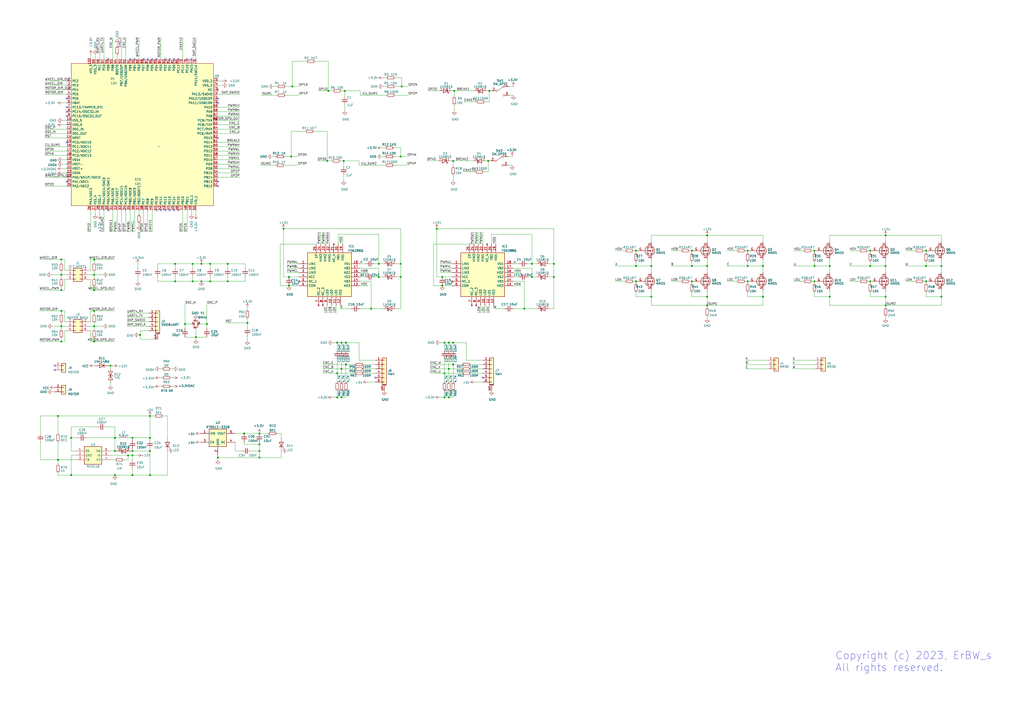
<source format=kicad_sch>
(kicad_sch (version 20230121) (generator eeschema)
  (paper "A2")
  (junction (at 86.995 241.3))
  (junction (at 189.865 93.345))
  (junction (at 164.465 132.715))
  (junction (at 150.495 265.43))
  (junction (at 260.35 198.755))
  (junction (at 35.56 159.385))
  (junction (at 132.08 153.035))
  (junction (at 121.92 153.035))
  (junction (at 433.705 154.305))
  (junction (at 35.56 168.275))
  (junction (at 472.44 145.415))
  (junction (at 219.71 160.655))
  (junction (at 66.675 261.62))
  (junction (at 368.935 163.195))
  (junction (at 101.6 163.195))
  (junction (at 263.525 52.705))
  (junction (at 513.715 136.525))
  (junction (at 260.35 230.505))
  (junction (at 433.705 163.195))
  (junction (at 195.58 230.505))
  (junction (at 410.21 154.305))
  (junction (at 257.81 230.505))
  (junction (at 308.61 160.655))
  (junction (at 54.61 189.23))
  (junction (at 433.705 145.415))
  (junction (at 54.61 150.495))
  (junction (at 442.595 172.085))
  (junction (at 195.58 198.755))
  (junction (at 233.045 50.165))
  (junction (at 219.71 153.035))
  (junction (at 537.21 154.305))
  (junction (at 232.41 153.035))
  (junction (at 257.81 216.535))
  (junction (at 262.89 198.755))
  (junction (at 168.91 90.805))
  (junction (at 54.61 168.275))
  (junction (at 86.995 254))
  (junction (at 537.21 163.195))
  (junction (at 54.61 159.385))
  (junction (at 200.66 198.755))
  (junction (at 167.64 160.655))
  (junction (at 481.33 154.305))
  (junction (at 232.41 90.805))
  (junction (at 113.665 195.58))
  (junction (at 190.5 52.705))
  (junction (at 368.935 145.415))
  (junction (at 86.995 275.59))
  (junction (at 141.605 251.46))
  (junction (at 101.6 153.035))
  (junction (at 150.495 261.62))
  (junction (at 132.08 163.195))
  (junction (at 169.545 50.165))
  (junction (at 546.1 154.305))
  (junction (at 260.35 213.995))
  (junction (at 143.51 187.325))
  (junction (at 120.015 187.96))
  (junction (at 410.21 177.165))
  (junction (at 126.365 265.43))
  (junction (at 256.54 165.735))
  (junction (at 401.32 154.305))
  (junction (at 35.56 180.34))
  (junction (at 198.12 230.505))
  (junction (at 546.1 172.085))
  (junction (at 66.675 275.59))
  (junction (at 198.12 198.755))
  (junction (at 41.275 254))
  (junction (at 33.655 266.7))
  (junction (at 256.54 160.655))
  (junction (at 35.56 198.12))
  (junction (at 76.835 264.16))
  (junction (at 111.76 153.035))
  (junction (at 504.825 145.415))
  (junction (at 86.995 261.62))
  (junction (at 513.715 154.305))
  (junction (at 481.33 172.085))
  (junction (at 195.58 216.535))
  (junction (at 64.135 212.09))
  (junction (at 504.825 163.195))
  (junction (at 54.61 180.34))
  (junction (at 121.92 163.195))
  (junction (at 35.56 189.23))
  (junction (at 262.89 93.345))
  (junction (at 76.835 261.62))
  (junction (at 200.66 211.455))
  (junction (at 107.315 187.96))
  (junction (at 215.265 179.07))
  (junction (at 253.365 132.715))
  (junction (at 200.025 52.705))
  (junction (at 377.825 154.305))
  (junction (at 74.295 264.16))
  (junction (at 442.595 154.305))
  (junction (at 368.935 154.305))
  (junction (at 401.32 163.195))
  (junction (at 504.825 154.305))
  (junction (at 537.21 145.415))
  (junction (at 76.835 254))
  (junction (at 401.32 145.415))
  (junction (at 41.275 275.59))
  (junction (at 111.76 163.195))
  (junction (at 232.41 160.655))
  (junction (at 410.21 172.085))
  (junction (at 66.675 254))
  (junction (at 308.61 153.035))
  (junction (at 54.61 198.12))
  (junction (at 262.89 211.455))
  (junction (at 116.84 163.195))
  (junction (at 198.12 213.995))
  (junction (at 35.56 150.495))
  (junction (at 150.495 251.46))
  (junction (at 472.44 154.305))
  (junction (at 257.81 198.755))
  (junction (at 513.715 172.085))
  (junction (at 410.21 136.525))
  (junction (at 304.165 179.07))
  (junction (at 472.44 163.195))
  (junction (at 377.825 172.085))
  (junction (at 76.835 275.59))
  (junction (at 283.845 52.705))
  (junction (at 513.715 177.165))
  (junction (at 33.655 241.3))
  (junction (at 321.31 153.035))
  (junction (at 150.495 257.81))
  (junction (at 283.21 93.345))
  (junction (at 116.84 153.035))
  (junction (at 199.39 93.345))
  (junction (at 321.31 160.655))
  (junction (at 167.64 165.735))
  (junction (at 81.28 194.31))
  (no_connect (at 31.75 212.09))
  (no_connect (at 38.735 62.23))
  (no_connect (at 93.345 121.92))
  (no_connect (at 98.425 121.92))
  (no_connect (at 75.565 34.29))
  (no_connect (at 111.125 34.29))
  (no_connect (at 100.965 121.92))
  (no_connect (at 280.035 219.075))
  (no_connect (at 38.735 82.55))
  (no_connect (at 85.725 34.29))
  (no_connect (at 126.365 80.01))
  (no_connect (at 95.885 121.92))
  (no_connect (at 88.265 34.29))
  (no_connect (at 83.185 34.29))
  (no_connect (at 90.805 34.29))
  (no_connect (at 62.865 121.92))
  (no_connect (at 98.425 34.29))
  (no_connect (at 31.75 214.63))
  (no_connect (at 103.505 121.92))
  (no_connect (at 62.865 34.29))
  (no_connect (at 95.885 34.29))
  (no_connect (at 38.735 57.15))
  (no_connect (at 108.585 34.29))
  (no_connect (at 217.805 219.075))
  (no_connect (at 126.365 105.41))
  (no_connect (at 90.805 121.92))
  (no_connect (at 38.735 67.31))
  (no_connect (at 78.105 34.29))
  (no_connect (at 103.505 34.29))
  (no_connect (at 126.365 107.95))
  (no_connect (at 126.365 59.69))
  (no_connect (at 38.735 105.41))
  (no_connect (at 38.735 64.77))
  (no_connect (at 100.965 34.29))
  (no_connect (at 126.365 57.15))
  (wire (pts (xy 92.71 219.075) (xy 93.98 219.075)))
  (wire (pts (xy 306.07 160.655) (xy 308.61 160.655)))
  (wire (pts (xy 64.135 212.09) (xy 64.135 213.995)))
  (wire (pts (xy 253.365 160.655) (xy 256.54 160.655)))
  (wire (pts (xy 187.325 211.455) (xy 200.66 211.455)))
  (wire (pts (xy 294.64 95.885) (xy 297.18 95.885)))
  (wire (pts (xy 472.44 145.415) (xy 473.71 145.415)))
  (wire (pts (xy 471.17 163.195) (xy 472.44 163.195)))
  (wire (pts (xy 33.655 266.7) (xy 33.655 269.24)))
  (wire (pts (xy 472.44 208.915) (xy 459.74 208.915)))
  (wire (pts (xy 86.995 241.3) (xy 86.995 254)))
  (wire (pts (xy 126.365 102.87) (xy 139.065 102.87)))
  (wire (pts (xy 219.71 160.655) (xy 222.25 160.655)))
  (wire (pts (xy 37.465 191.77) (xy 38.735 191.77)))
  (wire (pts (xy 433.705 172.085) (xy 442.595 172.085)))
  (wire (pts (xy 262.89 93.345) (xy 262.89 96.52)))
  (wire (pts (xy 80.01 153.035) (xy 80.01 155.575)))
  (wire (pts (xy 472.44 213.995) (xy 459.74 213.995)))
  (wire (pts (xy 377.825 154.305) (xy 377.825 158.115)))
  (wire (pts (xy 52.705 156.845) (xy 51.435 156.845)))
  (wire (pts (xy 41.275 264.16) (xy 43.815 264.16)))
  (wire (pts (xy 433.705 163.195) (xy 433.705 164.465)))
  (wire (pts (xy 294.64 90.805) (xy 297.18 90.805)))
  (wire (pts (xy 35.56 166.37) (xy 35.56 168.275)))
  (wire (pts (xy 525.145 154.305) (xy 537.21 154.305)))
  (wire (pts (xy 297.815 163.195) (xy 304.165 163.195)))
  (wire (pts (xy 165.1 95.885) (xy 172.72 95.885)))
  (wire (pts (xy 445.135 211.455) (xy 432.435 211.455)))
  (wire (pts (xy 389.255 145.415) (xy 394.97 145.415)))
  (wire (pts (xy 22.86 180.34) (xy 35.56 180.34)))
  (wire (pts (xy 270.51 208.915) (xy 270.51 198.755)))
  (wire (pts (xy 221.615 85.725) (xy 223.52 85.725)))
  (wire (pts (xy 368.935 163.195) (xy 370.205 163.195)))
  (wire (pts (xy 113.665 34.29) (xy 113.665 21.59)))
  (wire (pts (xy 213.36 221.615) (xy 217.805 221.615)))
  (wire (pts (xy 219.71 135.89) (xy 219.71 153.035)))
  (wire (pts (xy 88.265 121.92) (xy 88.265 134.62)))
  (wire (pts (xy 165.735 50.165) (xy 169.545 50.165)))
  (wire (pts (xy 162.56 165.735) (xy 167.64 165.735)))
  (wire (pts (xy 232.41 179.07) (xy 229.87 179.07)))
  (wire (pts (xy 93.345 21.59) (xy 93.345 34.29)))
  (wire (pts (xy 30.48 189.23) (xy 35.56 189.23)))
  (wire (pts (xy 60.325 34.29) (xy 60.325 21.59)))
  (wire (pts (xy 33.655 275.59) (xy 41.275 275.59)))
  (wire (pts (xy 253.365 132.715) (xy 321.31 132.715)))
  (wire (pts (xy 219.71 153.035) (xy 222.25 153.035)))
  (wire (pts (xy 35.56 150.495) (xy 35.56 152.4)))
  (wire (pts (xy 160.655 251.46) (xy 163.195 251.46)))
  (wire (pts (xy 26.035 102.87) (xy 38.735 102.87)))
  (wire (pts (xy 262.89 101.6) (xy 262.89 104.775)))
  (wire (pts (xy 368.935 169.545) (xy 368.935 172.085)))
  (wire (pts (xy 472.44 154.305) (xy 481.33 154.305)))
  (wire (pts (xy 85.725 121.92) (xy 85.725 134.62)))
  (wire (pts (xy 481.33 136.525) (xy 481.33 140.335)))
  (wire (pts (xy 139.065 62.23) (xy 126.365 62.23)))
  (wire (pts (xy 52.705 180.34) (xy 52.705 186.69)))
  (wire (pts (xy 262.255 52.705) (xy 263.525 52.705)))
  (wire (pts (xy 504.825 163.195) (xy 506.095 163.195)))
  (wire (pts (xy 247.65 93.345) (xy 254 93.345)))
  (wire (pts (xy 86.995 261.62) (xy 76.835 261.62)))
  (wire (pts (xy 198.12 213.995) (xy 205.74 213.995)))
  (wire (pts (xy 198.12 230.505) (xy 198.12 226.695)))
  (wire (pts (xy 86.36 186.69) (xy 73.66 186.69)))
  (wire (pts (xy 177.165 76.2) (xy 168.91 76.2)))
  (wire (pts (xy 275.59 221.615) (xy 280.035 221.615)))
  (wire (pts (xy 73.025 34.29) (xy 73.025 21.59)))
  (wire (pts (xy 23.495 256.54) (xy 23.495 266.7)))
  (wire (pts (xy 136.525 256.54) (xy 136.525 261.62)))
  (wire (pts (xy 139.065 69.85) (xy 126.365 69.85)))
  (wire (pts (xy 255.27 155.575) (xy 262.255 155.575)))
  (wire (pts (xy 481.33 168.275) (xy 481.33 172.085)))
  (wire (pts (xy 81.28 194.31) (xy 81.28 191.77)))
  (wire (pts (xy 297.815 153.035) (xy 300.99 153.035)))
  (wire (pts (xy 57.785 124.46) (xy 57.785 121.92)))
  (wire (pts (xy 113.665 190.5) (xy 113.665 195.58)))
  (wire (pts (xy 513.715 172.085) (xy 513.715 177.165)))
  (wire (pts (xy 54.61 166.37) (xy 54.61 168.275)))
  (wire (pts (xy 193.04 230.505) (xy 195.58 230.505)))
  (wire (pts (xy 193.04 198.755) (xy 195.58 198.755)))
  (wire (pts (xy 38.735 90.17) (xy 26.035 90.17)))
  (wire (pts (xy 41.275 261.62) (xy 43.815 261.62)))
  (wire (pts (xy 283.845 181.61) (xy 283.845 177.165)))
  (wire (pts (xy 433.705 145.415) (xy 433.705 146.685)))
  (wire (pts (xy 184.785 52.705) (xy 190.5 52.705)))
  (wire (pts (xy 113.665 195.58) (xy 120.015 195.58)))
  (wire (pts (xy 130.81 187.325) (xy 143.51 187.325)))
  (wire (pts (xy 442.595 172.085) (xy 442.595 177.165)))
  (wire (pts (xy 537.21 172.085) (xy 546.1 172.085)))
  (wire (pts (xy 546.1 140.335) (xy 546.1 136.525)))
  (wire (pts (xy 196.215 135.89) (xy 219.71 135.89)))
  (wire (pts (xy 52.705 161.925) (xy 51.435 161.925)))
  (wire (pts (xy 421.64 163.195) (xy 427.355 163.195)))
  (wire (pts (xy 164.465 160.655) (xy 167.64 160.655)))
  (wire (pts (xy 262.89 211.455) (xy 267.97 211.455)))
  (wire (pts (xy 165.735 55.245) (xy 173.355 55.245)))
  (wire (pts (xy 253.365 160.655) (xy 253.365 132.715)))
  (wire (pts (xy 260.35 198.755) (xy 260.35 203.2)))
  (wire (pts (xy 302.26 158.115) (xy 297.815 158.115)))
  (wire (pts (xy 195.58 230.505) (xy 198.12 230.505)))
  (wire (pts (xy 142.24 155.575) (xy 142.24 153.035)))
  (wire (pts (xy 460.375 154.305) (xy 472.44 154.305)))
  (wire (pts (xy 195.58 198.755) (xy 195.58 203.2)))
  (wire (pts (xy 262.89 198.755) (xy 260.35 198.755)))
  (wire (pts (xy 410.21 172.085) (xy 410.21 177.165)))
  (wire (pts (xy 504.825 163.195) (xy 504.825 164.465)))
  (wire (pts (xy 167.64 160.655) (xy 173.355 160.655)))
  (wire (pts (xy 126.365 85.09) (xy 139.065 85.09)))
  (wire (pts (xy 188.595 134.62) (xy 188.595 141.605)))
  (wire (pts (xy 401.32 145.415) (xy 402.59 145.415)))
  (wire (pts (xy 389.255 163.195) (xy 394.97 163.195)))
  (wire (pts (xy 200.66 211.455) (xy 200.66 221.615)))
  (wire (pts (xy 260.35 208.28) (xy 260.35 213.995)))
  (wire (pts (xy 368.935 163.195) (xy 368.935 164.465)))
  (wire (pts (xy 107.315 176.53) (xy 107.315 187.96)))
  (wire (pts (xy 142.24 160.655) (xy 142.24 163.195)))
  (wire (pts (xy 513.715 154.305) (xy 513.715 158.115)))
  (wire (pts (xy 481.33 154.305) (xy 481.33 150.495)))
  (wire (pts (xy 70.485 34.29) (xy 70.485 21.59)))
  (wire (pts (xy 65.405 21.59) (xy 65.405 34.29)))
  (wire (pts (xy 41.275 261.62) (xy 41.275 254)))
  (wire (pts (xy 150.495 251.46) (xy 155.575 251.46)))
  (wire (pts (xy 504.825 169.545) (xy 504.825 172.085)))
  (wire (pts (xy 101.6 153.035) (xy 91.44 153.035)))
  (wire (pts (xy 169.545 35.56) (xy 169.545 50.165)))
  (wire (pts (xy 139.065 67.31) (xy 126.365 67.31)))
  (wire (pts (xy 537.21 169.545) (xy 537.21 172.085)))
  (wire (pts (xy 166.37 158.115) (xy 173.355 158.115)))
  (wire (pts (xy 232.41 160.655) (xy 232.41 179.07)))
  (wire (pts (xy 120.015 176.53) (xy 120.015 187.96)))
  (wire (pts (xy 187.325 213.995) (xy 198.12 213.995)))
  (wire (pts (xy 142.24 163.195) (xy 132.08 163.195)))
  (wire (pts (xy 128.905 49.53) (xy 126.365 49.53)))
  (wire (pts (xy 74.295 264.16) (xy 76.835 264.16)))
  (wire (pts (xy 445.135 208.915) (xy 432.435 208.915)))
  (wire (pts (xy 285.115 52.705) (xy 283.845 52.705)))
  (wire (pts (xy 143.51 194.945) (xy 143.51 197.485)))
  (wire (pts (xy 260.35 198.755) (xy 257.81 198.755)))
  (wire (pts (xy 195.58 216.535) (xy 205.74 216.535)))
  (wire (pts (xy 22.86 150.495) (xy 35.56 150.495)))
  (wire (pts (xy 121.92 163.195) (xy 132.08 163.195)))
  (wire (pts (xy 65.405 121.92) (xy 65.405 134.62)))
  (wire (pts (xy 481.33 172.085) (xy 481.33 177.165)))
  (wire (pts (xy 269.24 59.055) (xy 276.225 59.055)))
  (wire (pts (xy 442.595 154.305) (xy 442.595 150.495)))
  (wire (pts (xy 132.08 153.035) (xy 121.92 153.035)))
  (wire (pts (xy 194.945 181.61) (xy 194.945 177.165)))
  (wire (pts (xy 33.655 241.3) (xy 86.995 241.3)))
  (wire (pts (xy 35.56 150.495) (xy 37.465 150.495)))
  (wire (pts (xy 116.84 163.195) (xy 121.92 163.195)))
  (wire (pts (xy 200.66 211.455) (xy 205.74 211.455)))
  (wire (pts (xy 442.595 168.275) (xy 442.595 172.085)))
  (wire (pts (xy 126.365 95.25) (xy 139.065 95.25)))
  (wire (pts (xy 158.115 90.805) (xy 160.02 90.805)))
  (wire (pts (xy 145.415 261.62) (xy 150.495 261.62)))
  (wire (pts (xy 262.89 208.28) (xy 262.89 211.455)))
  (wire (pts (xy 126.365 92.71) (xy 139.065 92.71)))
  (wire (pts (xy 513.715 140.335) (xy 513.715 136.525)))
  (wire (pts (xy 410.21 177.165) (xy 442.595 177.165)))
  (wire (pts (xy 81.28 191.77) (xy 86.36 191.77)))
  (wire (pts (xy 368.935 151.765) (xy 368.935 154.305)))
  (wire (pts (xy 164.465 160.655) (xy 164.465 132.715)))
  (wire (pts (xy 277.495 134.62) (xy 277.495 141.605)))
  (wire (pts (xy 136.525 251.46) (xy 141.605 251.46)))
  (wire (pts (xy 70.485 121.92) (xy 70.485 134.62)))
  (wire (pts (xy 97.155 275.59) (xy 86.995 275.59)))
  (wire (pts (xy 504.825 151.765) (xy 504.825 154.305)))
  (wire (pts (xy 400.05 145.415) (xy 401.32 145.415)))
  (wire (pts (xy 126.365 82.55) (xy 139.065 82.55)))
  (wire (pts (xy 297.815 165.735) (xy 302.26 165.735)))
  (wire (pts (xy 183.515 141.605) (xy 162.56 141.605)))
  (wire (pts (xy 35.56 180.34) (xy 35.56 182.245)))
  (wire (pts (xy 116.84 153.035) (xy 111.76 153.035)))
  (wire (pts (xy 111.125 124.46) (xy 111.125 121.92)))
  (wire (pts (xy 195.58 216.535) (xy 195.58 221.615)))
  (wire (pts (xy 54.61 187.325) (xy 54.61 189.23)))
  (wire (pts (xy 232.41 132.715) (xy 232.41 153.035)))
  (wire (pts (xy 41.275 275.59) (xy 66.675 275.59)))
  (wire (pts (xy 503.555 145.415) (xy 504.825 145.415)))
  (wire (pts (xy 52.705 150.495) (xy 52.705 156.845)))
  (wire (pts (xy 143.51 178.435) (xy 143.51 179.705)))
  (wire (pts (xy 89.535 241.3) (xy 86.995 241.3)))
  (wire (pts (xy 198.755 137.16) (xy 198.755 141.605)))
  (wire (pts (xy 35.56 159.385) (xy 38.735 159.385)))
  (wire (pts (xy 410.21 177.165) (xy 410.21 178.435)))
  (wire (pts (xy 304.165 163.195) (xy 304.165 179.07)))
  (wire (pts (xy 35.56 187.325) (xy 35.56 189.23)))
  (wire (pts (xy 74.295 266.7) (xy 74.295 264.16)))
  (wire (pts (xy 54.61 196.215) (xy 54.61 198.12)))
  (wire (pts (xy 472.44 169.545) (xy 472.44 172.085)))
  (wire (pts (xy 410.21 136.525) (xy 377.825 136.525)))
  (wire (pts (xy 101.6 153.035) (xy 111.76 153.035)))
  (wire (pts (xy 217.17 153.035) (xy 219.71 153.035)))
  (wire (pts (xy 198.12 230.505) (xy 200.66 230.505)))
  (wire (pts (xy 41.275 247.65) (xy 56.515 247.65)))
  (wire (pts (xy 504.825 145.415) (xy 504.825 146.685)))
  (wire (pts (xy 228.6 85.725) (xy 232.41 85.725)))
  (wire (pts (xy 189.865 181.61) (xy 189.865 177.165)))
  (wire (pts (xy 59.69 159.385) (xy 54.61 159.385)))
  (wire (pts (xy 311.15 179.07) (xy 304.165 179.07)))
  (wire (pts (xy 55.245 124.46) (xy 55.245 121.92)))
  (wire (pts (xy 421.64 145.415) (xy 427.355 145.415)))
  (wire (pts (xy 126.365 90.17) (xy 139.065 90.17)))
  (wire (pts (xy 222.25 45.085) (xy 224.155 45.085)))
  (wire (pts (xy 164.465 132.715) (xy 232.41 132.715)))
  (wire (pts (xy 410.21 183.515) (xy 410.21 184.785)))
  (wire (pts (xy 191.135 134.62) (xy 191.135 141.605)))
  (wire (pts (xy 471.17 145.415) (xy 472.44 145.415)))
  (wire (pts (xy 126.365 87.63) (xy 139.065 87.63)))
  (wire (pts (xy 217.805 208.915) (xy 208.28 208.915)))
  (wire (pts (xy 460.375 145.415) (xy 466.09 145.415)))
  (wire (pts (xy 198.12 198.755) (xy 198.12 203.2)))
  (wire (pts (xy 106.045 121.92) (xy 106.045 134.62)))
  (wire (pts (xy 546.1 168.275) (xy 546.1 172.085)))
  (wire (pts (xy 442.595 140.335) (xy 442.595 136.525)))
  (wire (pts (xy 141.605 257.81) (xy 150.495 257.81)))
  (wire (pts (xy 97.155 241.3) (xy 97.155 254)))
  (wire (pts (xy 356.87 163.195) (xy 362.585 163.195)))
  (wire (pts (xy 195.58 230.505) (xy 195.58 226.695)))
  (wire (pts (xy 268.605 99.695) (xy 275.59 99.695)))
  (wire (pts (xy 35.56 189.23) (xy 38.735 189.23)))
  (wire (pts (xy 321.31 179.07) (xy 318.77 179.07)))
  (wire (pts (xy 139.065 77.47) (xy 126.365 77.47)))
  (wire (pts (xy 433.705 145.415) (xy 434.975 145.415)))
  (wire (pts (xy 52.705 31.75) (xy 52.705 34.29)))
  (wire (pts (xy 106.045 34.29) (xy 106.045 21.59)))
  (wire (pts (xy 101.6 153.035) (xy 101.6 155.575)))
  (wire (pts (xy 295.275 50.165) (xy 297.815 50.165)))
  (wire (pts (xy 182.245 76.2) (xy 189.865 76.2)))
  (wire (pts (xy 537.21 154.305) (xy 546.1 154.305)))
  (wire (pts (xy 189.865 76.2) (xy 189.865 93.345)))
  (wire (pts (xy 80.645 130.81) (xy 80.645 129.54)))
  (wire (pts (xy 54.61 168.275) (xy 66.675 168.275)))
  (wire (pts (xy 492.76 154.305) (xy 504.825 154.305)))
  (wire (pts (xy 229.235 55.245) (xy 236.855 55.245)))
  (wire (pts (xy 86.995 275.59) (xy 86.995 261.62)))
  (wire (pts (xy 297.815 160.655) (xy 300.99 160.655)))
  (wire (pts (xy 132.08 153.035) (xy 132.08 155.575)))
  (wire (pts (xy 54.61 150.495) (xy 66.675 150.495)))
  (wire (pts (xy 54.61 168.275) (xy 52.705 168.275)))
  (wire (pts (xy 166.37 153.035) (xy 173.355 153.035)))
  (wire (pts (xy 233.045 45.085) (xy 233.045 50.165)))
  (wire (pts (xy 86.995 255.27) (xy 86.995 254)))
  (wire (pts (xy 257.81 230.505) (xy 257.81 226.695)))
  (wire (pts (xy 229.87 160.655) (xy 232.41 160.655)))
  (wire (pts (xy 472.44 145.415) (xy 472.44 146.685)))
  (wire (pts (xy 190.5 35.56) (xy 190.5 52.705)))
  (wire (pts (xy 54.61 212.09) (xy 55.245 212.09)))
  (wire (pts (xy 189.865 93.345) (xy 192.405 93.345)))
  (wire (pts (xy 37.465 198.12) (xy 35.56 198.12)))
  (wire (pts (xy 222.25 179.07) (xy 215.265 179.07)))
  (wire (pts (xy 197.485 177.165) (xy 197.485 179.07)))
  (wire (pts (xy 99.06 213.995) (xy 100.33 213.995)))
  (wire (pts (xy 66.675 254) (xy 69.215 254)))
  (wire (pts (xy 283.845 59.055) (xy 283.845 52.705)))
  (wire (pts (xy 36.195 92.71) (xy 38.735 92.71)))
  (wire (pts (xy 52.705 121.92) (xy 52.705 134.62)))
  (wire (pts (xy 213.36 158.115) (xy 208.915 158.115)))
  (wire (pts (xy 401.32 151.765) (xy 401.32 154.305)))
  (wire (pts (xy 66.675 261.62) (xy 64.135 261.62)))
  (wire (pts (xy 113.665 124.46) (xy 113.665 121.92)))
  (wire (pts (xy 35.56 168.275) (xy 37.465 168.275)))
  (wire (pts (xy 503.555 163.195) (xy 504.825 163.195)))
  (wire (pts (xy 35.56 189.23) (xy 35.56 191.135)))
  (wire (pts (xy 37.465 180.34) (xy 37.465 186.69)))
  (wire (pts (xy 142.24 153.035) (xy 132.08 153.035)))
  (wire (pts (xy 257.81 208.28) (xy 257.81 216.535)))
  (wire (pts (xy 177.8 35.56) (xy 169.545 35.56)))
  (wire (pts (xy 283.845 52.705) (xy 282.575 52.705)))
  (wire (pts (xy 76.835 264.16) (xy 79.375 264.16)))
  (wire (pts (xy 260.35 213.995) (xy 267.97 213.995)))
  (wire (pts (xy 472.44 163.195) (xy 473.71 163.195)))
  (wire (pts (xy 210.82 216.535) (xy 217.805 216.535)))
  (wire (pts (xy 41.275 254) (xy 45.085 254)))
  (wire (pts (xy 26.035 49.53) (xy 38.735 49.53)))
  (wire (pts (xy 50.165 254) (xy 66.675 254)))
  (wire (pts (xy 525.145 163.195) (xy 530.86 163.195)))
  (wire (pts (xy 52.705 191.77) (xy 51.435 191.77)))
  (wire (pts (xy 163.195 265.43) (xy 150.495 265.43)))
  (wire (pts (xy 23.495 251.46) (xy 23.495 241.3)))
  (wire (pts (xy 80.645 194.31) (xy 81.28 194.31)))
  (wire (pts (xy 91.44 160.655) (xy 91.44 163.195)))
  (wire (pts (xy 198.12 208.28) (xy 198.12 213.995)))
  (wire (pts (xy 261.62 93.345) (xy 262.89 93.345)))
  (wire (pts (xy 81.28 196.85) (xy 81.28 194.31)))
  (wire (pts (xy 208.915 153.035) (xy 212.09 153.035)))
  (wire (pts (xy 321.31 153.035) (xy 321.31 160.655)))
  (wire (pts (xy 76.835 260.35) (xy 76.835 261.62)))
  (wire (pts (xy 150.495 265.43) (xy 126.365 265.43)))
  (wire (pts (xy 99.06 224.155) (xy 100.33 224.155)))
  (wire (pts (xy 249.555 213.995) (xy 260.35 213.995)))
  (wire (pts (xy 210.82 213.995) (xy 217.805 213.995)))
  (wire (pts (xy 92.71 224.155) (xy 93.98 224.155)))
  (wire (pts (xy 141.605 251.46) (xy 150.495 251.46)))
  (wire (pts (xy 192.405 181.61) (xy 192.405 177.165)))
  (wire (pts (xy 504.825 172.085) (xy 513.715 172.085)))
  (wire (pts (xy 421.64 154.305) (xy 433.705 154.305)))
  (wire (pts (xy 143.51 187.325) (xy 143.51 189.865)))
  (wire (pts (xy 54.61 180.34) (xy 66.675 180.34)))
  (wire (pts (xy 80.645 21.59) (xy 80.645 34.29)))
  (wire (pts (xy 229.87 153.035) (xy 232.41 153.035)))
  (wire (pts (xy 263.525 52.705) (xy 263.525 55.88)))
  (wire (pts (xy 36.195 59.69) (xy 38.735 59.69)))
  (wire (pts (xy 86.995 260.35) (xy 86.995 261.62)))
  (wire (pts (xy 54.61 189.23) (xy 51.435 189.23)))
  (wire (pts (xy 64.135 223.52) (xy 64.135 221.615)))
  (wire (pts (xy 150.495 257.81) (xy 150.495 261.62)))
  (wire (pts (xy 535.94 145.415) (xy 537.21 145.415)))
  (wire (pts (xy 537.21 151.765) (xy 537.21 154.305)))
  (wire (pts (xy 219.71 155.575) (xy 219.71 160.655)))
  (wire (pts (xy 75.565 261.62) (xy 76.835 261.62)))
  (wire (pts (xy 33.655 251.46) (xy 33.655 241.3)))
  (wire (pts (xy 199.39 93.345) (xy 208.28 93.345)))
  (wire (pts (xy 280.035 134.62) (xy 280.035 141.605)))
  (wire (pts (xy 107.315 195.58) (xy 113.665 195.58)))
  (wire (pts (xy 41.275 254) (xy 41.275 247.65)))
  (wire (pts (xy 128.905 46.99) (xy 126.365 46.99)))
  (wire (pts (xy 59.69 189.23) (xy 54.61 189.23)))
  (wire (pts (xy 401.32 172.085) (xy 410.21 172.085)))
  (wire (pts (xy 37.465 186.69) (xy 38.735 186.69)))
  (wire (pts (xy 54.61 198.12) (xy 52.705 198.12)))
  (wire (pts (xy 401.32 154.305) (xy 410.21 154.305)))
  (wire (pts (xy 126.365 54.61) (xy 139.065 54.61)))
  (wire (pts (xy 272.415 141.605) (xy 251.46 141.605)))
  (wire (pts (xy 139.065 72.39) (xy 126.365 72.39)))
  (wire (pts (xy 52.705 186.69) (xy 51.435 186.69)))
  (wire (pts (xy 199.39 93.345) (xy 199.39 96.52)))
  (wire (pts (xy 273.05 213.995) (xy 280.035 213.995)))
  (wire (pts (xy 71.755 266.7) (xy 74.295 266.7)))
  (wire (pts (xy 97.155 261.62) (xy 97.155 275.59)))
  (wire (pts (xy 318.77 153.035) (xy 321.31 153.035)))
  (wire (pts (xy 273.05 216.535) (xy 280.035 216.535)))
  (wire (pts (xy 308.61 155.575) (xy 308.61 160.655)))
  (wire (pts (xy 54.61 198.12) (xy 66.675 198.12)))
  (wire (pts (xy 126.365 97.79) (xy 139.065 97.79)))
  (wire (pts (xy 54.61 189.23) (xy 54.61 191.135)))
  (wire (pts (xy 504.825 154.305) (xy 513.715 154.305)))
  (wire (pts (xy 200.66 198.755) (xy 200.66 203.2)))
  (wire (pts (xy 67.945 31.75) (xy 67.945 34.29)))
  (wire (pts (xy 36.195 95.25) (xy 38.735 95.25)))
  (wire (pts (xy 66.675 261.62) (xy 67.945 261.62)))
  (wire (pts (xy 54.61 159.385) (xy 51.435 159.385)))
  (wire (pts (xy 160.655 55.245) (xy 151.765 55.245)))
  (wire (pts (xy 368.935 145.415) (xy 368.935 146.685)))
  (wire (pts (xy 113.665 195.58) (xy 113.665 196.85)))
  (wire (pts (xy 321.31 132.715) (xy 321.31 153.035)))
  (wire (pts (xy 150.495 261.62) (xy 150.495 265.43)))
  (wire (pts (xy 433.705 151.765) (xy 433.705 154.305)))
  (wire (pts (xy 200.66 230.505) (xy 200.66 226.695)))
  (wire (pts (xy 29.845 159.385) (xy 35.56 159.385)))
  (wire (pts (xy 64.135 264.16) (xy 74.295 264.16)))
  (wire (pts (xy 86.995 254) (xy 76.835 254)))
  (wire (pts (xy 270.51 198.755) (xy 262.89 198.755)))
  (wire (pts (xy 186.055 134.62) (xy 186.055 141.605)))
  (wire (pts (xy 101.6 160.655) (xy 101.6 163.195)))
  (wire (pts (xy 22.86 168.275) (xy 35.56 168.275)))
  (wire (pts (xy 208.915 55.245) (xy 224.155 55.245)))
  (wire (pts (xy 116.84 153.035) (xy 121.92 153.035)))
  (wire (pts (xy 187.325 216.535) (xy 195.58 216.535)))
  (wire (pts (xy 78.105 134.62) (xy 78.105 121.92)))
  (wire (pts (xy 251.46 141.605) (xy 251.46 165.735)))
  (wire (pts (xy 356.87 154.305) (xy 368.935 154.305)))
  (wire (pts (xy 472.44 163.195) (xy 472.44 164.465)))
  (wire (pts (xy 368.935 145.415) (xy 370.205 145.415)))
  (wire (pts (xy 257.81 230.505) (xy 260.35 230.505)))
  (wire (pts (xy 208.915 55.245) (xy 208.915 52.705)))
  (wire (pts (xy 377.825 177.165) (xy 410.21 177.165)))
  (wire (pts (xy 262.89 211.455) (xy 262.89 221.615)))
  (wire (pts (xy 200.66 208.28) (xy 200.66 211.455)))
  (wire (pts (xy 472.44 211.455) (xy 459.74 211.455)))
  (wire (pts (xy 481.33 154.305) (xy 481.33 158.115)))
  (wire (pts (xy 257.81 216.535) (xy 267.97 216.535)))
  (wire (pts (xy 546.1 172.085) (xy 546.1 177.165)))
  (wire (pts (xy 26.035 80.01) (xy 38.735 80.01)))
  (wire (pts (xy 76.835 271.78) (xy 76.835 275.59)))
  (wire (pts (xy 280.035 208.915) (xy 270.51 208.915)))
  (wire (pts (xy 67.945 134.62) (xy 67.945 121.92)))
  (wire (pts (xy 54.61 180.34) (xy 54.61 182.245)))
  (wire (pts (xy 200.025 52.705) (xy 200.025 55.88)))
  (wire (pts (xy 295.275 55.245) (xy 297.815 55.245)))
  (wire (pts (xy 410.21 154.305) (xy 410.21 158.115)))
  (wire (pts (xy 60.325 121.92) (xy 60.325 134.62)))
  (wire (pts (xy 221.615 90.805) (xy 223.52 90.805)))
  (wire (pts (xy 163.195 251.46) (xy 163.195 254)))
  (wire (pts (xy 433.705 169.545) (xy 433.705 172.085)))
  (wire (pts (xy 513.715 168.275) (xy 513.715 172.085)))
  (wire (pts (xy 57.785 34.29) (xy 57.785 21.59)))
  (wire (pts (xy 111.76 160.655) (xy 111.76 163.195)))
  (wire (pts (xy 260.35 213.995) (xy 260.35 221.615)))
  (wire (pts (xy 23.495 266.7) (xy 33.655 266.7)))
  (wire (pts (xy 139.065 64.77) (xy 126.365 64.77)))
  (wire (pts (xy 232.41 153.035) (xy 232.41 160.655)))
  (wire (pts (xy 23.495 241.3) (xy 33.655 241.3)))
  (wire (pts (xy 255.27 153.035) (xy 262.255 153.035)))
  (wire (pts (xy 37.465 156.845) (xy 38.735 156.845)))
  (wire (pts (xy 54.61 180.34) (xy 52.705 180.34)))
  (wire (pts (xy 38.735 87.63) (xy 26.035 87.63)))
  (wire (pts (xy 26.035 74.93) (xy 38.735 74.93)))
  (wire (pts (xy 54.61 157.48) (xy 54.61 159.385)))
  (wire (pts (xy 262.89 198.755) (xy 262.89 203.2)))
  (wire (pts (xy 222.25 50.165) (xy 224.155 50.165)))
  (wire (pts (xy 442.595 154.305) (xy 442.595 158.115)))
  (wire (pts (xy 160.02 95.885) (xy 151.13 95.885)))
  (wire (pts (xy 35.56 196.215) (xy 35.56 198.12)))
  (wire (pts (xy 184.15 93.345) (xy 189.865 93.345)))
  (wire (pts (xy 99.06 219.075) (xy 100.33 219.075)))
  (wire (pts (xy 232.41 90.805) (xy 236.22 90.805)))
  (wire (pts (xy 107.315 187.96) (xy 107.315 190.5)))
  (wire (pts (xy 54.61 150.495) (xy 54.61 152.4)))
  (wire (pts (xy 229.235 50.165) (xy 233.045 50.165)))
  (wire (pts (xy 481.33 177.165) (xy 513.715 177.165)))
  (wire (pts (xy 233.045 50.165) (xy 236.855 50.165)))
  (wire (pts (xy 537.21 145.415) (xy 537.21 146.685)))
  (wire (pts (xy 208.915 165.735) (xy 213.36 165.735)))
  (wire (pts (xy 283.21 93.345) (xy 281.94 93.345)))
  (wire (pts (xy 139.065 74.93) (xy 126.365 74.93)))
  (wire (pts (xy 262.89 230.505) (xy 262.89 226.695)))
  (wire (pts (xy 367.665 163.195) (xy 368.935 163.195)))
  (wire (pts (xy 208.915 155.575) (xy 219.71 155.575)))
  (wire (pts (xy 116.84 163.195) (xy 111.76 163.195)))
  (wire (pts (xy 111.125 187.96) (xy 107.315 187.96)))
  (wire (pts (xy 91.44 163.195) (xy 101.6 163.195)))
  (wire (pts (xy 377.825 154.305) (xy 377.825 150.495)))
  (wire (pts (xy 37.465 150.495) (xy 37.465 156.845)))
  (wire (pts (xy 401.32 163.195) (xy 402.59 163.195)))
  (wire (pts (xy 356.87 145.415) (xy 362.585 145.415)))
  (wire (pts (xy 92.71 213.995) (xy 93.98 213.995)))
  (wire (pts (xy 150.495 256.54) (xy 150.495 257.81)))
  (wire (pts (xy 55.245 31.75) (xy 55.245 34.29)))
  (wire (pts (xy 30.48 227.33) (xy 31.75 227.33)))
  (wire (pts (xy 76.835 264.16) (xy 76.835 266.7)))
  (wire (pts (xy 33.655 256.54) (xy 33.655 266.7)))
  (wire (pts (xy 208.28 95.885) (xy 223.52 95.885)))
  (wire (pts (xy 308.61 135.89) (xy 308.61 153.035)))
  (wire (pts (xy 377.825 168.275) (xy 377.825 172.085)))
  (wire (pts (xy 208.28 198.755) (xy 200.66 198.755)))
  (wire (pts (xy 121.92 153.035) (xy 121.92 155.575)))
  (wire (pts (xy 368.935 154.305) (xy 377.825 154.305)))
  (wire (pts (xy 76.835 275.59) (xy 86.995 275.59)))
  (wire (pts (xy 492.76 163.195) (xy 498.475 163.195)))
  (wire (pts (xy 513.715 177.165) (xy 546.1 177.165)))
  (wire (pts (xy 52.705 198.12) (xy 52.705 191.77)))
  (wire (pts (xy 36.195 69.85) (xy 38.735 69.85)))
  (wire (pts (xy 132.08 160.655) (xy 132.08 163.195)))
  (wire (pts (xy 281.305 59.055) (xy 283.845 59.055)))
  (wire (pts (xy 410.21 168.275) (xy 410.21 172.085)))
  (wire (pts (xy 217.17 160.655) (xy 219.71 160.655)))
  (wire (pts (xy 66.675 254) (xy 66.675 261.62)))
  (wire (pts (xy 26.035 54.61) (xy 38.735 54.61)))
  (wire (pts (xy 280.67 99.695) (xy 283.21 99.695)))
  (wire (pts (xy 433.705 154.305) (xy 442.595 154.305)))
  (wire (pts (xy 367.665 145.415) (xy 368.935 145.415)))
  (wire (pts (xy 75.565 134.62) (xy 75.565 121.92)))
  (wire (pts (xy 208.915 179.07) (xy 215.265 179.07)))
  (wire (pts (xy 73.025 121.92) (xy 73.025 134.62)))
  (wire (pts (xy 200.025 52.705) (xy 208.915 52.705)))
  (wire (pts (xy 36.195 72.39) (xy 38.735 72.39)))
  (wire (pts (xy 257.81 216.535) (xy 257.81 221.615)))
  (wire (pts (xy 208.915 160.655) (xy 212.09 160.655)))
  (wire (pts (xy 26.035 52.07) (xy 38.735 52.07)))
  (wire (pts (xy 281.305 181.61) (xy 281.305 177.165)))
  (wire (pts (xy 182.88 35.56) (xy 190.5 35.56)))
  (wire (pts (xy 278.765 181.61) (xy 278.765 177.165)))
  (wire (pts (xy 546.1 154.305) (xy 546.1 158.115)))
  (wire (pts (xy 410.21 154.305) (xy 410.21 150.495)))
  (wire (pts (xy 38.735 85.09) (xy 26.035 85.09)))
  (wire (pts (xy 368.935 172.085) (xy 377.825 172.085)))
  (wire (pts (xy 297.815 155.575) (xy 308.61 155.575)))
  (wire (pts (xy 251.46 165.735) (xy 256.54 165.735)))
  (wire (pts (xy 537.21 163.195) (xy 537.21 164.465)))
  (wire (pts (xy 66.675 247.65) (xy 66.675 254)))
  (wire (pts (xy 94.615 241.3) (xy 97.155 241.3)))
  (wire (pts (xy 401.32 145.415) (xy 401.32 146.685)))
  (wire (pts (xy 228.6 90.805) (xy 232.41 90.805)))
  (wire (pts (xy 35.56 159.385) (xy 35.56 161.29)))
  (wire (pts (xy 286.385 177.165) (xy 286.385 179.07)))
  (wire (pts (xy 163.195 261.62) (xy 163.195 265.43)))
  (wire (pts (xy 195.58 208.28) (xy 195.58 216.535)))
  (wire (pts (xy 74.295 254) (xy 76.835 254)))
  (wire (pts (xy 433.705 163.195) (xy 434.975 163.195)))
  (wire (pts (xy 308.61 160.655) (xy 311.15 160.655)))
  (wire (pts (xy 197.485 179.07) (xy 203.835 179.07)))
  (wire (pts (xy 208.915 163.195) (xy 215.265 163.195)))
  (wire (pts (xy 285.115 141.605) (xy 285.115 135.89)))
  (wire (pts (xy 260.35 230.505) (xy 260.35 226.695)))
  (wire (pts (xy 537.21 145.415) (xy 538.48 145.415)))
  (wire (pts (xy 62.865 212.09) (xy 64.135 212.09)))
  (wire (pts (xy 525.145 145.415) (xy 530.86 145.415)))
  (wire (pts (xy 86.36 189.23) (xy 73.66 189.23)))
  (wire (pts (xy 111.76 153.035) (xy 111.76 155.575)))
  (wire (pts (xy 286.385 179.07) (xy 292.735 179.07)))
  (wire (pts (xy 126.365 100.33) (xy 139.065 100.33)))
  (wire (pts (xy 52.705 150.495) (xy 54.61 150.495)))
  (wire (pts (xy 283.21 99.695) (xy 283.21 93.345)))
  (wire (pts (xy 167.64 165.735) (xy 173.355 165.735)))
  (wire (pts (xy 41.275 264.16) (xy 41.275 275.59)))
  (wire (pts (xy 472.44 172.085) (xy 481.33 172.085)))
  (wire (pts (xy 256.54 160.655) (xy 262.255 160.655)))
  (wire (pts (xy 61.595 247.65) (xy 66.675 247.65)))
  (wire (pts (xy 80.645 124.46) (xy 80.645 121.92)))
  (wire (pts (xy 442.595 136.525) (xy 410.21 136.525)))
  (wire (pts (xy 168.91 90.805) (xy 172.72 90.805)))
  (wire (pts (xy 513.715 183.515) (xy 513.715 184.785)))
  (wire (pts (xy 377.825 136.525) (xy 377.825 140.335)))
  (wire (pts (xy 158.75 50.165) (xy 160.655 50.165)))
  (wire (pts (xy 321.31 160.655) (xy 321.31 179.07)))
  (wire (pts (xy 143.51 187.325) (xy 143.51 184.785)))
  (wire (pts (xy 22.86 198.12) (xy 35.56 198.12)))
  (wire (pts (xy 26.035 77.47) (xy 38.735 77.47)))
  (wire (pts (xy 255.27 230.505) (xy 257.81 230.505)))
  (wire (pts (xy 513.715 154.305) (xy 513.715 150.495)))
  (wire (pts (xy 208.28 95.885) (xy 208.28 93.345)))
  (wire (pts (xy 432.435 163.195) (xy 433.705 163.195)))
  (wire (pts (xy 389.255 154.305) (xy 401.32 154.305)))
  (wire (pts (xy 546.1 136.525) (xy 513.715 136.525)))
  (wire (pts (xy 410.21 140.335) (xy 410.21 136.525)))
  (wire (pts (xy 432.435 145.415) (xy 433.705 145.415)))
  (wire (pts (xy 255.27 198.755) (xy 257.81 198.755)))
  (wire (pts (xy 229.235 45.085) (xy 233.045 45.085)))
  (wire (pts (xy 284.48 93.345) (xy 283.21 93.345)))
  (wire (pts (xy 228.6 95.885) (xy 236.22 95.885)))
  (wire (pts (xy 121.92 160.655) (xy 121.92 163.195)))
  (wire (pts (xy 36.195 100.33) (xy 38.735 100.33)))
  (wire (pts (xy 248.285 52.705) (xy 254.635 52.705)))
  (wire (pts (xy 255.27 158.115) (xy 262.255 158.115)))
  (wire (pts (xy 263.525 52.705) (xy 274.955 52.705)))
  (wire (pts (xy 26.035 46.99) (xy 38.735 46.99)))
  (wire (pts (xy 108.585 121.92) (xy 108.585 134.62)))
  (wire (pts (xy 445.135 213.995) (xy 432.435 213.995)))
  (wire (pts (xy 141.605 256.54) (xy 141.605 257.81)))
  (wire (pts (xy 196.215 141.605) (xy 196.215 135.89)))
  (wire (pts (xy 37.465 198.12) (xy 37.465 191.77)))
  (wire (pts (xy 504.825 145.415) (xy 506.095 145.415)))
  (wire (pts (xy 208.28 208.915) (xy 208.28 198.755)))
  (wire (pts (xy 86.36 184.15) (xy 73.66 184.15)))
  (wire (pts (xy 65.405 212.09) (xy 64.135 212.09)))
  (wire (pts (xy 537.21 163.195) (xy 538.48 163.195)))
  (wire (pts (xy 76.835 254) (xy 76.835 255.27)))
  (wire (pts (xy 35.56 180.34) (xy 37.465 180.34)))
  (wire (pts (xy 513.715 136.525) (xy 481.33 136.525)))
  (wire (pts (xy 83.185 121.92) (xy 83.185 134.62)))
  (wire (pts (xy 401.32 169.545) (xy 401.32 172.085)))
  (wire (pts (xy 460.375 163.195) (xy 466.09 163.195)))
  (wire (pts (xy 33.655 274.32) (xy 33.655 275.59)))
  (wire (pts (xy 169.545 50.165) (xy 173.355 50.165)))
  (wire (pts (xy 377.825 172.085) (xy 377.825 177.165)))
  (wire (pts (xy 232.41 85.725) (xy 232.41 90.805)))
  (wire (pts (xy 297.815 179.07) (xy 304.165 179.07)))
  (wire (pts (xy 257.81 198.755) (xy 257.81 203.2)))
  (wire (pts (xy 198.12 198.755) (xy 195.58 198.755)))
  (wire (pts (xy 263.525 60.96) (xy 263.525 64.135)))
  (wire (pts (xy 43.815 266.7) (xy 33.655 266.7)))
  (wire (pts (xy 210.82 211.455) (xy 217.805 211.455)))
  (wire (pts (xy 91.44 153.035) (xy 91.44 155.575)))
  (wire (pts (xy 197.485 93.345) (xy 199.39 93.345)))
  (wire (pts (xy 91.44 196.85) (xy 81.28 196.85)))
  (wire (pts (xy 198.12 213.995) (xy 198.12 221.615)))
  (wire (pts (xy 273.05 211.455) (xy 280.035 211.455)))
  (wire (pts (xy 38.735 107.95) (xy 26.035 107.95)))
  (wire (pts (xy 36.195 97.79) (xy 38.735 97.79)))
  (wire (pts (xy 401.32 163.195) (xy 401.32 164.465)))
  (wire (pts (xy 546.1 154.305) (xy 546.1 150.495)))
  (wire (pts (xy 256.54 165.735) (xy 262.255 165.735)))
  (wire (pts (xy 198.12 52.705) (xy 200.025 52.705)))
  (wire (pts (xy 136.525 261.62) (xy 140.335 261.62)))
  (wire (pts (xy 274.955 134.62) (xy 274.955 141.605)))
  (wire (pts (xy 35.56 157.48) (xy 35.56 159.385)))
  (wire (pts (xy 200.66 198.755) (xy 198.12 198.755)))
  (wire (pts (xy 318.77 160.655) (xy 321.31 160.655)))
  (wire (pts (xy 285.115 135.89) (xy 308.61 135.89)))
  (wire (pts (xy 37.465 168.275) (xy 37.465 161.925)))
  (wire (pts (xy 535.94 163.195) (xy 537.21 163.195)))
  (wire (pts (xy 262.89 93.345) (xy 274.32 93.345)))
  (wire (pts (xy 54.61 159.385) (xy 54.61 161.29)))
  (wire (pts (xy 80.01 160.655) (xy 80.01 163.195)))
  (wire (pts (xy 162.56 141.605) (xy 162.56 165.735)))
  (wire (pts (xy 66.675 275.59) (xy 76.835 275.59)))
  (wire (pts (xy 64.135 266.7) (xy 66.675 266.7)))
  (wire (pts (xy 165.1 90.805) (xy 168.91 90.805)))
  (wire (pts (xy 306.07 153.035) (xy 308.61 153.035)))
  (wire (pts (xy 215.265 163.195) (xy 215.265 179.07)))
  (wire (pts (xy 472.44 151.765) (xy 472.44 154.305)))
  (wire (pts (xy 86.36 181.61) (xy 73.66 181.61)))
  (wire (pts (xy 249.555 211.455) (xy 262.89 211.455)))
  (wire (pts (xy 200.025 60.96) (xy 200.025 64.135)))
  (wire (pts (xy 101.6 163.195) (xy 111.76 163.195)))
  (wire (pts (xy 513.715 177.165) (xy 513.715 178.435)))
  (wire (pts (xy 166.37 155.575) (xy 173.355 155.575)))
  (wire (pts (xy 52.705 168.275) (xy 52.705 161.925)))
  (wire (pts (xy 168.91 76.2) (xy 168.91 90.805)))
  (wire (pts (xy 400.05 163.195) (xy 401.32 163.195)))
  (wire (pts (xy 492.76 145.415) (xy 498.475 145.415)))
  (wire (pts (xy 126.365 265.43) (xy 126.365 264.16)))
  (wire (pts (xy 67.945 25.4) (xy 67.945 26.67)))
  (wire (pts (xy 308.61 153.035) (xy 311.15 153.035)))
  (wire (pts (xy 120.015 187.96) (xy 120.015 190.5)))
  (wire (pts (xy 190.5 52.705) (xy 193.04 52.705)))
  (wire (pts (xy 37.465 161.925) (xy 38.735 161.925)))
  (wire (pts (xy 249.555 216.535) (xy 257.81 216.535)))
  (wire (pts (xy 287.655 137.16) (xy 287.655 141.605)))
  (wire (pts (xy 126.365 266.7) (xy 126.365 265.43)))
  (wire (pts (xy 260.35 230.505) (xy 262.89 230.505)))
  (wire (pts (xy 199.39 101.6) (xy 199.39 104.775)))
  (wire (pts (xy 116.205 187.96) (xy 120.015 187.96)))
  (text "Copyright (c) 2023, ErBW_s\nAll rights reserved." (at 484.505 389.89 0) (effects (font (size 4.318 4.318)) (justify left bottom)))
  (label "U" (at 460.375 154.305 0))
  (label "OP1N" (at 108.585 134.62 90))
  (label "C" (at 432.435 213.995 0))
  (label "B" (at 432.435 211.455 0))
  (label "ENC_C" (at 139.065 72.39 180))
  (label "PWMBL" (at 166.37 155.575 0))
  (label "BREAK1" (at 272.415 52.705 180))
  (label "PWMVH" (at 139.065 90.17 180))
  (label "OP3P" (at 172.72 95.885 0))
  (label "BREAK2" (at 139.065 82.55 180))
  (label "PWMUH" (at 139.065 95.25 180))
  (label "UART4_RX" (at 57.785 21.59 270))
  (label "V" (at 297.815 160.655 0))
  (label "PWMBH" (at 139.065 64.77 180))
  (label "CU_SUM1" (at 210.185 55.245 0))
  (label "C" (at 197.485 179.07 0))
  (label "BREAK2" (at 271.78 93.345 180))
  (label "ENKEY2" (at 106.045 21.59 270))
  (label "LOW" (at 525.145 163.195 0))
  (label "A" (at 356.87 154.305 0))
  (label "MOTOR_PWM" (at 93.345 21.59 270))
  (label "ENC_B" (at 139.065 74.93 180))
  (label "ENC_W" (at 249.555 211.455 0))
  (label "MOTOR_SPD_OUT" (at 66.675 198.12 180))
  (label "ENKEY2" (at 268.605 99.695 0))
  (label "PWMAL" (at 67.945 134.62 90))
  (label "CU_SUM1" (at 26.035 85.09 0))
  (label "PWMVL" (at 139.065 92.71 180))
  (label "LOC" (at 421.64 163.195 0))
  (label "MOTOR_PWM" (at 22.86 198.12 0))
  (label "HOA" (at 356.87 145.415 0))
  (label "MOTOR_DIR" (at 22.86 180.34 0))
  (label "ENKEY1" (at 269.24 59.055 0))
  (label "WHEEL_DIR" (at 22.86 150.495 0))
  (label "PWMAL" (at 166.37 153.035 0))
  (label "WHEEL_DIR_OUT" (at 66.675 150.495 180))
  (label "HOV" (at 492.76 145.415 0))
  (label "UART4_RX" (at 73.66 181.61 0))
  (label "CU_SUM2" (at 209.55 95.885 0))
  (label "MOTOR_DIR_OUT" (at 26.035 52.07 0))
  (label "WHEEL_SPD_OUT" (at 66.675 168.275 180))
  (label "OSC_N" (at 107.315 176.53 0))
  (label "PWMWH" (at 139.065 85.09 180))
  (label "PWMCH" (at 186.055 134.62 270))
  (label "WHEEL_PWM" (at 22.86 168.275 0))
  (label "DAP_SWDIO" (at 73.66 186.69 0))
  (label "OP3O" (at 184.15 93.345 0))
  (label "PWMUL" (at 139.065 97.79 180))
  (label "OSC_P" (at 26.035 74.93 0))
  (label "ENC_W" (at 65.405 21.59 270))
  (label "OP2O" (at 248.285 52.705 0))
  (label "W" (at 286.385 179.07 0))
  (label "ENC_B" (at 187.325 213.995 0))
  (label "HOV" (at 302.26 158.115 180))
  (label "ENC_V" (at 249.555 213.995 0))
  (label "ENC_A" (at 187.325 216.535 0))
  (label "ISUM2" (at 151.13 95.885 0))
  (label "PWMVH" (at 277.495 134.62 270))
  (label "RST" (at 26.035 80.01 0))
  (label "OP3N" (at 172.72 90.805 0))
  (label "OP2N" (at 236.855 50.165 0))
  (label "HOA" (at 198.755 137.16 270))
  (label "OP4O" (at 85.725 134.62 90))
  (label "HOC" (at 213.36 165.735 180))
  (label "B" (at 208.915 160.655 0))
  (label "OP1N" (at 173.355 50.165 0))
  (label "LOV" (at 281.305 181.61 90))
  (label "PWMAH" (at 191.135 134.62 270))
  (label "OP3N" (at 26.035 87.63 0))
  (label "PWMVL" (at 255.27 155.575 0))
  (label "W" (at 525.145 154.305 0))
  (label "V" (at 459.74 211.455 0))
  (label "OSC_N" (at 26.035 77.47 0))
  (label "U" (at 297.815 153.035 0))
  (label "MOTOR_DIR_OUT" (at 66.675 180.34 180))
  (label "ENC_V" (at 70.485 21.59 270))
  (label "LOW" (at 278.765 181.61 90))
  (label "PWMCH" (at 139.065 62.23 180))
  (label "BREAK1" (at 65.405 134.62 90))
  (label "V" (at 492.76 154.305 0))
  (label "LOU" (at 283.845 181.61 90))
  (label "PWMAH" (at 139.065 67.31 180))
  (label "OP4N" (at 236.22 90.805 0))
  (label "PWMUL" (at 255.27 153.035 0))
  (label "MOTOR_SPD_OUT" (at 139.065 69.85 180))
  (label "CU_SUM2" (at 60.325 134.62 90))
  (label "MOTOR_DIR" (at 26.035 54.61 0))
  (label "OP2P" (at 236.855 55.245 0))
  (label "RST" (at 130.81 187.325 0))
  (label "UART4_TX" (at 60.325 21.59 270))
  (label "OP4N" (at 26.035 90.17 0))
  (label "HOW" (at 302.26 165.735 180))
  (label "WHEEL_DIR_OUT" (at 26.035 46.99 0))
  (label "PWMWL" (at 255.27 158.115 0))
  (label "OP2N" (at 106.045 134.62 90))
  (label "HOC" (at 421.64 145.415 0))
  (label "OP2P" (at 139.065 102.87 180))
  (label "DAP_SWDIO" (at 139.065 54.61 180))
  (label "HOW" (at 525.145 145.415 0))
  (label "LOA" (at 356.87 163.195 0))
  (label "OP3P" (at 73.025 134.62 90))
  (label "LOV" (at 492.76 163.195 0))
  (label "PWMUH" (at 280.035 134.62 270))
  (label "LOA" (at 194.945 181.61 90))
  (label "PWMWL" (at 139.065 87.63 180))
  (label "OP1P" (at 139.065 100.33 180))
  (label "C" (at 421.64 154.305 0))
  (label "UART4_TX" (at 73.66 184.15 0))
  (label "ISUM1" (at 410.21 177.165 0))
  (label "OP4O" (at 247.65 93.345 0))
  (label "ISUM1" (at 151.765 55.245 0))
  (label "OP2O" (at 26.035 107.95 0))
  (label "LOB" (at 389.255 163.195 0))
  (label "HOB" (at 213.36 158.115 180))
  (label "HOU" (at 287.655 137.16 270))
  (label "ENC_U" (at 73.025 21.59 270))
  (label "PWMCL" (at 78.105 134.62 90))
  (label "OP4P" (at 70.485 134.62 90))
  (label "WHEEL_SPD_OUT" (at 26.035 102.87 0))
  (label "PWMBH" (at 188.595 134.62 270))
  (label "OP1O" (at 184.785 52.705 0))
  (label "W" (at 459.74 213.995 0))
  (label "A" (at 432.435 208.915 0))
  (label "DAP_SWCLK" (at 113.665 21.59 270))
  (label "OP3O" (at 83.185 134.62 90))
  (label "OP4P" (at 236.22 95.885 0))
  (label "U" (at 459.74 208.915 0))
  (label "LOC" (at 189.865 181.61 90))
  (label "OP1O" (at 52.705 134.62 90))
  (label "ISUM2" (at 513.715 177.165 0))
  (label "LOU" (at 460.375 163.195 0))
  (label "ENC_U" (at 249.555 216.535 0))
  (label "OP1P" (at 173.355 55.245 0))
  (label "OSC_P" (at 120.015 176.53 0))
  (label "HOB" (at 389.255 145.415 0))
  (label "DAP_SWCLK" (at 73.66 189.23 0))
  (label "HOU" (at 460.375 145.415 0))
  (label "ENC_A" (at 139.065 77.47 180))
  (label "WHEEL_PWM" (at 80.645 21.59 270))
  (label "ENC_C" (at 187.325 211.455 0))
  (label "ENKEY1" (at 88.265 134.62 90))
  (label "WHEEL_DIR" (at 26.035 49.53 0))
  (label "PWMBL" (at 75.565 134.62 90))
  (label "LOB" (at 192.405 181.61 90))
  (label "PWMCL" (at 166.37 158.115 0))
  (label "PWMWH" (at 274.955 134.62 270))
  (label "A" (at 208.915 153.035 0))
  (label "B" (at 389.255 154.305 0))
  (symbol (lib_id "power:GND") (at 36.195 92.71 270) (unit 1)
    (property "Reference" "#PWR020" (effects hide))
    (property "Value" "GND" (at 33.0201 93.0268 90) (effects (justify right)))
  )
  (symbol (lib_id "Device:Crystal_GND24_Small") (at 113.665 187.96 0) (unit 1)
    (property "Reference" "Y1" (at 117.475 181.61 0))
    (property "Value" "8MHz" (at 117.475 184.15 0))
    (property "Footprint" "ErBW_s:Crystal_SMD_3225_4P" (effects hide))
  )
  (symbol (lib_id "Device:R_Small") (at 226.06 85.725 270) (mirror x) (unit 1)
    (property "Reference" "R12" (at 223.52 83.82 90))
    (property "Value" "1K5" (at 227.965 83.82 90))
    (property "Footprint" "ErBW_s:R_0402" (effects hide))
  )
  (symbol (lib_id "Device:LED") (at 97.155 257.81 90) (unit 1)
    (property "Reference" "D13" (at 100.076 258.5628 90) (effects (justify right)))
    (property "Value" "LED" (at 100.076 261.0997 90) (effects (justify right)))
    (property "Footprint" "LED_SMD:LED_0603_1608Metric" (effects hide))
  )
  (symbol (lib_id "power:+3.3V") (at 52.705 31.75 0) (unit 1)
    (property "Reference" "#PWR02" (effects hide))
    (property "Value" "+3.3V" (at 52.705 21.59 90) (effects (justify right)))
  )
  (symbol (lib_id "ErBW_s:NMOS") (at 543.56 145.415 0) (unit 1)
    (property "Reference" "Q6" (at 548.767 144.7713 0) (effects (justify left)))
    (property "Value" "NMOS" (at 548.767 146.6923 0) (effects (justify left)))
    (property "Footprint" "ErBW_s:TPH1R403NL" (effects hide))
    (property "Datasheet" "http://www.aosmd.com/pdfs/datasheet/AO3400A.pdf" (effects hide))
  )
  (symbol (lib_id "power:GND") (at 30.48 227.33 270) (unit 1)
    (property "Reference" "#PWR069" (effects hide))
    (property "Value" "GND" (at 27.305 227.33 90) (effects (justify right)))
  )
  (symbol (lib_id "power:GND") (at 297.18 95.885 0) (unit 1)
    (property "Reference" "#PWR022" (effects hide))
    (property "Value" "GND" (at 299.72 100.965 0) (effects (justify right)))
  )
  (symbol (lib_id "Connector_Generic:Conn_01x03") (at 477.52 211.455 0) (unit 1)
    (property "Reference" "J5" (at 479.552 210.8113 0) (effects (justify left)))
    (property "Value" "MR30" (at 479.552 212.7323 0) (effects (justify left)))
    (property "Footprint" "ErBW_s:MR30" (effects hide))
  )
  (symbol (lib_id "Device:C_Small") (at 199.39 99.06 0) (unit 1)
    (property "Reference" "C2" (at 201.93 97.155 0))
    (property "Value" "1uF" (at 202.565 101.6 0))
    (property "Footprint" "ErBW_s:C_0402" (effects hide))
  )
  (symbol (lib_id "power:GND") (at 167.64 165.735 0) (unit 1)
    (property "Reference" "#PWR042" (effects hide))
    (property "Value" "GND" (at 170.18 170.815 0) (effects (justify right)))
  )
  (symbol (lib_id "power:GND") (at 36.195 69.85 270) (unit 1)
    (property "Reference" "#PWR014" (effects hide))
    (property "Value" "GND" (at 28.575 69.85 90) (effects (justify left)))
  )
  (symbol (lib_id "Device:C_Small") (at 200.025 58.42 0) (unit 1)
    (property "Reference" "C1" (at 202.565 56.515 0))
    (property "Value" "1uF" (at 203.2 60.96 0))
    (property "Footprint" "ErBW_s:C_0402" (effects hide))
  )
  (symbol (lib_id "ErBW_s:CH32V307VCT6") (at 79.375 78.74 0) (unit 1)
    (property "Reference" "U1" (at 125.9015 44.0213 0))
    (property "Value" "~" (at 92.075 85.09 0))
    (property "Footprint" "Package_QFP:LQFP-100_14x14mm_P0.5mm" (effects hide))
  )
  (symbol (lib_id "Device:R_Small") (at 410.21 180.975 0) (unit 1)
    (property "Reference" "R49" (at 415.29 180.34 0) (effects (justify right)))
    (property "Value" "2mR" (at 415.925 182.88 0) (effects (justify right)))
    (property "Footprint" "Resistor_SMD:R_2512_6332Metric" (effects hide))
  )
  (symbol (lib_id "Device:R_Small") (at 504.825 149.225 0) (unit 1)
    (property "Reference" "R31" (at 508.635 148.59 0) (effects (justify right)))
    (property "Value" "10K" (at 509.905 151.13 0) (effects (justify right)))
    (property "Footprint" "ErBW_s:R_0402" (effects hide))
  )
  (symbol (lib_id "Device:R_Small") (at 35.56 184.785 180) (unit 1)
    (property "Reference" "R52" (at 31.75 183.515 0))
    (property "Value" "10K" (at 31.75 185.42 0))
    (property "Footprint" "ErBW_s:R_0402" (effects hide))
  )
  (symbol (lib_id "power:GND") (at 113.665 185.42 180) (unit 1)
    (property "Reference" "#PWR047" (effects hide))
    (property "Value" "GND" (at 111.125 181.61 0) (effects (justify right)))
  )
  (symbol (lib_id "Device:R_Small") (at 468.63 163.195 90) (unit 1)
    (property "Reference" "R38" (at 464.82 161.29 90) (effects (justify right)))
    (property "Value" "4R7" (at 468.63 161.29 90) (effects (justify right)))
    (property "Footprint" "ErBW_s:R_0402" (effects hide))
  )
  (symbol (lib_id "Device:R_Small") (at 54.61 163.83 180) (unit 1)
    (property "Reference" "R42" (at 57.785 162.56 0))
    (property "Value" "10K" (at 57.785 164.465 0))
    (property "Footprint" "ErBW_s:R_0402" (effects hide))
  )
  (symbol (lib_id "power:GND") (at 55.245 31.75 180) (unit 1)
    (property "Reference" "#PWR03" (effects hide))
    (property "Value" "GND" (at 55.245 24.13 90) (effects (justify left)))
  )
  (symbol (lib_id "power:GND") (at 256.54 165.735 0) (unit 1)
    (property "Reference" "#PWR043" (effects hide))
    (property "Value" "GND" (at 259.08 170.815 0) (effects (justify right)))
  )
  (symbol (lib_id "Device:R_Small") (at 537.21 167.005 0) (unit 1)
    (property "Reference" "R48" (at 542.29 166.37 0) (effects (justify right)))
    (property "Value" "10K" (at 542.29 168.91 0) (effects (justify right)))
    (property "Footprint" "ErBW_s:R_0402" (effects hide))
  )
  (symbol (lib_id "Device:R_Small") (at 195.58 224.155 180) (unit 1)
    (property "Reference" "R64" (at 196.85 227.965 90))
    (property "Value" "4.7K" (at 196.85 219.71 90))
    (property "Footprint" "ErBW_s:R_0402" (effects hide))
  )
  (symbol (lib_id "Switch:SW_SPDT") (at 289.56 93.345 0) (unit 1)
    (property "Reference" "SW2" (at 289.56 87.4141 0))
    (property "Value" "SW_SPDT" (at 289.56 89.3351 0))
    (property "Footprint" "ErBW_s:SPDT_12C01" (effects hide))
  )
  (symbol (lib_id "ErBW_s:RT9013-33GB") (at 126.365 254 0) (unit 1)
    (property "Reference" "U2" (at 126.365 245.2202 0))
    (property "Value" "RT9013-33GB" (at 126.365 247.7571 0))
    (property "Footprint" "Package_TO_SOT_SMD:SOT-23-5" (effects hide))
  )
  (symbol (lib_id "power:GND") (at 221.615 90.805 270) (unit 1)
    (property "Reference" "#PWR018" (effects hide))
    (property "Value" "GND" (at 218.44 90.805 90) (effects (justify right)))
  )
  (symbol (lib_id "power:GND") (at 126.365 266.7 0) (unit 1)
    (property "Reference" "#PWR077" (effects hide))
    (property "Value" "GND" (at 128.905 271.78 0) (effects (justify right)))
  )
  (symbol (lib_id "Connector_Generic:Conn_01x02") (at 36.83 227.33 0) (mirror x) (unit 1)
    (property "Reference" "J9" (at 39.37 226.06 0) (effects (justify left)))
    (property "Value" "MOTOR" (at 39.37 228.6 0) (effects (justify left)))
    (property "Footprint" "Connector_AMASS:AMASS_XT30PW-M_1x02_P2.50mm_Horizontal" (effects hide))
  )
  (symbol (lib_id "power:GND") (at 100.33 213.995 90) (unit 1)
    (property "Reference" "#PWR060" (effects hide))
    (property "Value" "GND" (at 103.505 214.4288 90) (effects (justify right)))
  )
  (symbol (lib_id "Device:C_Small") (at 214.63 160.655 270) (unit 1)
    (property "Reference" "C12" (at 212.09 159.385 90))
    (property "Value" "10uF" (at 217.805 159.385 90))
    (property "Footprint" "ErBW_s:C_0402" (effects hide))
  )
  (symbol (lib_id "power:GND") (at 111.125 124.46 0) (unit 1)
    (property "Reference" "#PWR029" (effects hide))
    (property "Value" "GND" (at 111.125 132.08 90) (effects (justify left)))
  )
  (symbol (lib_id "Device:R_Small") (at 96.52 224.155 90) (unit 1)
    (property "Reference" "R70" (at 95.25 226.695 90))
    (property "Value" "0R" (at 99.06 226.695 90))
    (property "Footprint" "ErBW_s:R_0402" (effects hide))
  )
  (symbol (lib_id "Device:C_Small") (at 132.08 158.115 180) (unit 1)
    (property "Reference" "C10" (at 135.89 156.845 0))
    (property "Value" "100nF" (at 137.16 159.385 0))
    (property "Footprint" "ErBW_s:C_0402" (effects hide))
  )
  (symbol (lib_id "Device:C_Small") (at 198.12 205.74 180) (unit 1)
    (property "Reference" "C22" (at 199.39 208.28 90))
    (property "Value" "10nF" (at 199.39 201.93 90))
    (property "Footprint" "ErBW_s:C_0402" (effects hide))
  )
  (symbol (lib_id "Device:C_Small") (at 142.875 261.62 90) (unit 1)
    (property "Reference" "C34" (at 140.335 264.16 90))
    (property "Value" "10nF" (at 146.685 264.16 90))
    (property "Footprint" "ErBW_s:C_0402" (effects hide))
  )
  (symbol (lib_id "power:+3.3V") (at 57.785 124.46 180) (unit 1)
    (property "Reference" "#PWR028" (effects hide))
    (property "Value" "+3.3V" (at 57.785 134.62 90) (effects (justify right)))
  )
  (symbol (lib_id "Device:C_Small") (at 143.51 192.405 0) (unit 1)
    (property "Reference" "C18" (at 145.8341 191.5766 0) (effects (justify left)))
    (property "Value" "100nF" (at 145.8341 194.1135 0) (effects (justify left)))
    (property "Footprint" "ErBW_s:C_0402" (effects hide))
  )
  (symbol (lib_id "power:GND") (at 30.48 189.23 270) (unit 1)
    (property "Reference" "#PWR048" (effects hide))
    (property "Value" "GND" (at 27.305 189.23 90) (effects (justify right)))
  )
  (symbol (lib_id "power:GND") (at 199.39 104.775 0) (unit 1)
    (property "Reference" "#PWR025" (effects hide))
    (property "Value" "GND" (at 201.93 109.855 0) (effects (justify right)))
  )
  (symbol (lib_id "Device:R_Small") (at 226.06 95.885 270) (unit 1)
    (property "Reference" "R17" (at 223.52 93.98 90))
    (property "Value" "100R" (at 227.965 93.98 90))
    (property "Footprint" "ErBW_s:R_0402" (effects hide))
  )
  (symbol (lib_id "power:GND") (at 116.84 163.195 0) (unit 1)
    (property "Reference" "#PWR041" (effects hide))
    (property "Value" "GND" (at 116.84 167.6384 0))
  )
  (symbol (lib_id "Device:R_Small") (at 33.655 271.78 180) (unit 1)
    (property "Reference" "R75" (at 35.1536 271.1363 0) (effects (justify right)))
    (property "Value" "1K" (at 35.1536 273.0573 0) (effects (justify right)))
    (property "Footprint" "ErBW_s:R_0402" (effects hide))
  )
  (symbol (lib_id "power:+3.3V") (at 36.195 59.69 90) (unit 1)
    (property "Reference" "#PWR011" (effects hide))
    (property "Value" "+3.3V" (at 26.035 59.69 90) (effects (justify right)))
  )
  (symbol (lib_id "Device:R_Small") (at 504.825 167.005 0) (unit 1)
    (property "Reference" "R47" (at 508.635 166.37 0) (effects (justify right)))
    (property "Value" "10K" (at 509.905 168.91 0) (effects (justify right)))
    (property "Footprint" "ErBW_s:R_0402" (effects hide))
  )
  (symbol (lib_id "power:+3.3V") (at 193.04 230.505 90) (unit 1)
    (property "Reference" "#PWR063" (effects hide))
    (property "Value" "+3.3V" (at 184.15 230.505 90) (effects (justify right)))
  )
  (symbol (lib_id "power:GND") (at 64.135 223.52 0) (unit 1)
    (property "Reference" "#PWR064" (effects hide))
    (property "Value" "GND" (at 64.135 227.9634 0))
  )
  (symbol (lib_id "power:+12V") (at 79.375 264.16 270) (unit 1)
    (property "Reference" "#PWR057" (effects hide))
    (property "Value" "+12V" (at 81.915 264.16 90) (effects (justify left)))
  )
  (symbol (lib_id "power:+3.3VA") (at 80.01 153.035 0) (unit 1)
    (property "Reference" "#PWR036" (effects hide))
    (property "Value" "+3.3VA" (at 80.01 149.5331 0))
  )
  (symbol (lib_id "Diode:1N5819WS") (at 257.81 93.345 180) (unit 1)
    (property "Reference" "D3" (at 258.1275 89.0651 0))
    (property "Value" "1N5819" (at 258.1275 90.9861 0))
    (property "Footprint" "ErBW_s:SOD-323" (effects hide))
    (property "Datasheet" "https://datasheet.lcsc.com/lcsc/2204281430_Guangdong-Hottech-1N5819WS_C191023.pdf" (effects hide))
  )
  (symbol (lib_id "Device:R_Small") (at 257.81 224.155 180) (unit 1)
    (property "Reference" "R67" (at 259.08 227.965 90))
    (property "Value" "4.7K" (at 259.08 219.71 90))
    (property "Footprint" "ErBW_s:R_0402" (effects hide))
  )
  (symbol (lib_id "Diode:SD05_SOD323") (at 64.135 217.805 90) (unit 1)
    (property "Reference" "D12" (at 66.1416 217.1613 90) (effects (justify right)))
    (property "Value" "TVS" (at 66.1416 219.0823 90) (effects (justify right)))
    (property "Footprint" "Diode_SMD:D_SMB" (effects hide))
    (property "Datasheet" "https://www.littelfuse.com/~/media/electronics/datasheets/tvs_diode_arrays/littelfuse_tvs_diode_array_sd_c_datasheet.pdf.pdf" (effects hide))
  )
  (symbol (lib_id "ErBW_s:NMOS") (at 407.67 145.415 0) (unit 1)
    (property "Reference" "Q2" (at 412.877 144.7713 0) (effects (justify left)))
    (property "Value" "NMOS" (at 412.877 146.6923 0) (effects (justify left)))
    (property "Footprint" "ErBW_s:TPH1R403NL" (effects hide))
    (property "Datasheet" "http://www.aosmd.com/pdfs/datasheet/AO3400A.pdf" (effects hide))
  )
  (symbol (lib_id "Device:C_Small") (at 167.64 163.195 0) (unit 1)
    (property "Reference" "C14" (at 170.815 162.56 0))
    (property "Value" "10uF" (at 171.45 164.465 0))
    (property "Footprint" "ErBW_s:C_0402" (effects hide))
  )
  (symbol (lib_id "Device:R_Small") (at 80.645 127 180) (unit 1)
    (property "Reference" "R20" (at 81.915 104.14 0) (effects (justify left)))
    (property "Value" "10K" (at 81.915 106.68 0) (effects (justify left)))
    (property "Footprint" "ErBW_s:R_0402" (effects hide))
  )
  (symbol (lib_id "Device:R_Small") (at 262.89 224.155 180) (unit 1)
    (property "Reference" "R69" (at 264.16 227.965 90))
    (property "Value" "4.7K" (at 264.16 219.71 90))
    (property "Footprint" "ErBW_s:R_0402" (effects hide))
  )
  (symbol (lib_id "ErBW_s:FD6288Q") (at 262.255 156.845 0) (unit 1)
    (property "Reference" "IC2" (at 292.735 142.875 0))
    (property "Value" "FD6288Q" (at 295.275 145.415 0))
    (property "Footprint" "Package_DFN_QFN:QFN-24-1EP_4x4mm_P0.5mm_EP2.7x2.7mm" (effects hide))
    (property "Datasheet" "https://datasheet.lcsc.com/szlcsc/1811131655_Fortior-Tech-FD6288Q_C328453.pdf" (effects hide))
    (property "Height" "0.9" (effects hide))
    (property "Manufacturer_Name" "Fortior Tech" (effects hide))
    (property "Manufacturer_Part_Number" "FD6288Q" (effects hide))
  )
  (symbol (lib_id "Diode:1N5819WS") (at 314.96 160.655 0) (unit 1)
    (property "Reference" "D8" (at 314.6425 156.3751 0))
    (property "Value" "1N5819" (at 314.6425 158.2961 0))
    (property "Footprint" "ErBW_s:SOD-323" (effects hide))
    (property "Datasheet" "https://datasheet.lcsc.com/lcsc/2204281430_Guangdong-Hottech-1N5819WS_C191023.pdf" (effects hide))
  )
  (symbol (lib_id "Device:R_Small") (at 533.4 163.195 90) (unit 1)
    (property "Reference" "R40" (at 529.59 161.29 90) (effects (justify right)))
    (property "Value" "4R7" (at 533.4 161.29 90) (effects (justify right)))
    (property "Footprint" "ErBW_s:R_0402" (effects hide))
  )
  (symbol (lib_id "power:+3.3V") (at 222.25 45.085 90) (unit 1)
    (property "Reference" "#PWR04" (effects hide))
    (property "Value" "+3.3V" (at 213.36 45.085 90) (effects (justify right)))
  )
  (symbol (lib_id "Device:R_Small") (at 365.125 145.415 90) (unit 1)
    (property "Reference" "R21" (at 361.315 143.51 90) (effects (justify right)))
    (property "Value" "4R7" (at 365.125 143.51 90) (effects (justify right)))
    (property "Footprint" "ErBW_s:R_0402" (effects hide))
  )
  (symbol (lib_id "power:GND") (at 80.645 130.81 0) (unit 1)
    (property "Reference" "#PWR031" (effects hide))
    (property "Value" "GND" (at 80.645 138.43 90) (effects (justify left)))
  )
  (symbol (lib_id "Device:R_Small") (at 368.935 167.005 0) (unit 1)
    (property "Reference" "R43" (at 372.745 166.37 0) (effects (justify right)))
    (property "Value" "10K" (at 374.015 168.91 0) (effects (justify right)))
    (property "Footprint" "ErBW_s:R_0402" (effects hide))
  )
  (symbol (lib_id "power:+12V") (at 65.405 212.09 270) (unit 1)
    (property "Reference" "#PWR056" (effects hide))
    (property "Value" "+12V" (at 68.58 212.4068 90) (effects (justify left)))
  )
  (symbol (lib_id "power:+5V") (at 116.205 256.54 90) (unit 1)
    (property "Reference" "#PWR075" (effects hide))
    (property "Value" "+5V" (at 113.0301 256.8568 90) (effects (justify left)))
  )
  (symbol (lib_id "Device:C_Small") (at 257.81 205.74 180) (unit 1)
    (property "Reference" "C24" (at 259.08 208.28 90))
    (property "Value" "10nF" (at 259.08 201.93 90))
    (property "Footprint" "ErBW_s:C_0402" (effects hide))
  )
  (symbol (lib_id "Device:C_Small") (at 76.835 269.24 0) (unit 1)
    (property "Reference" "C35" (at 79.1591 268.4116 0) (effects (justify left)))
    (property "Value" "10uF" (at 79.1591 270.9485 0) (effects (justify left)))
    (property "Footprint" "ErBW_s:C_0402" (effects hide))
  )
  (symbol (lib_id "Device:R_Small") (at 472.44 149.225 0) (unit 1)
    (property "Reference" "R30" (at 476.25 148.59 0) (effects (justify right)))
    (property "Value" "10K" (at 477.52 151.13 0) (effects (justify right)))
    (property "Footprint" "ErBW_s:R_0402" (effects hide))
  )
  (symbol (lib_id "Device:R_Small") (at 163.195 55.245 270) (unit 1)
    (property "Reference" "R7" (at 160.655 53.34 90))
    (property "Value" "1K" (at 165.1 53.34 90))
    (property "Footprint" "ErBW_s:R_0402" (effects hide))
  )
  (symbol (lib_id "Device:R_Small") (at 433.705 167.005 0) (unit 1)
    (property "Reference" "R45" (at 438.785 166.37 0) (effects (justify right)))
    (property "Value" "10K" (at 438.785 168.91 0) (effects (justify right)))
    (property "Footprint" "ErBW_s:R_0402" (effects hide))
  )
  (symbol (lib_id "power:+12V") (at 513.715 136.525 0) (unit 1)
    (property "Reference" "#PWR035" (effects hide))
    (property "Value" "+12V" (at 513.715 133.0231 0))
  )
  (symbol (lib_id "power:GND") (at 80.645 194.31 270) (unit 1)
    (property "Reference" "#PWR050" (effects hide))
    (property "Value" "GND" (at 77.4701 194.6268 90) (effects (justify right)))
  )
  (symbol (lib_id "Device:R_Small") (at 69.215 266.7 270) (unit 1)
    (property "Reference" "R74" (at 69.215 269.24 90))
    (property "Value" "1M" (at 69.215 271.78 90))
    (property "Footprint" "ErBW_s:R_0402" (effects hide))
  )
  (symbol (lib_id "Diode:1N5819WS") (at 226.06 179.07 0) (unit 1)
    (property "Reference" "D9" (at 225.7425 174.7901 0))
    (property "Value" "1N5819" (at 225.7425 176.7111 0))
    (property "Footprint" "ErBW_s:SOD-323" (effects hide))
    (property "Datasheet" "https://datasheet.lcsc.com/lcsc/2204281430_Guangdong-Hottech-1N5819WS_C191023.pdf" (effects hide))
  )
  (symbol (lib_id "Device:R_Small") (at 501.015 163.195 90) (unit 1)
    (property "Reference" "R39" (at 497.205 161.29 90) (effects (justify right)))
    (property "Value" "4R7" (at 501.015 161.29 90) (effects (justify right)))
    (property "Footprint" "ErBW_s:R_0402" (effects hide))
  )
  (symbol (lib_id "ErBW_s:NMOS") (at 543.56 163.195 0) (unit 1)
    (property "Reference" "Q12" (at 548.767 162.5513 0) (effects (justify left)))
    (property "Value" "NMOS" (at 548.767 164.4723 0) (effects (justify left)))
    (property "Footprint" "ErBW_s:TPH1R403NL" (effects hide))
    (property "Datasheet" "http://www.aosmd.com/pdfs/datasheet/AO3400A.pdf" (effects hide))
  )
  (symbol (lib_id "Device:C_Small") (at 200.66 205.74 180) (unit 1)
    (property "Reference" "C23" (at 201.93 208.28 90))
    (property "Value" "10nF" (at 201.93 201.93 90))
    (property "Footprint" "ErBW_s:C_0402" (effects hide))
  )
  (symbol (lib_id "Diode:1N5819WS") (at 226.06 153.035 0) (unit 1)
    (property "Reference" "D5" (at 225.7425 148.7551 0))
    (property "Value" "1N5819" (at 225.7425 150.6761 0))
    (property "Footprint" "ErBW_s:SOD-323" (effects hide))
    (property "Datasheet" "https://datasheet.lcsc.com/lcsc/2204281430_Guangdong-Hottech-1N5819WS_C191023.pdf" (effects hide))
  )
  (symbol (lib_id "Device:R_Small") (at 208.28 213.995 90) (unit 1)
    (property "Reference" "R58" (at 204.47 215.265 90))
    (property "Value" "100R" (at 212.725 215.265 90))
    (property "Footprint" "ErBW_s:R_0402" (effects hide))
  )
  (symbol (lib_id "power:GND") (at 297.815 55.245 0) (unit 1)
    (property "Reference" "#PWR010" (effects hide))
    (property "Value" "GND" (at 300.355 60.325 0) (effects (justify right)))
  )
  (symbol (lib_id "Device:C_Small") (at 80.01 158.115 0) (unit 1)
    (property "Reference" "C5" (at 82.55 156.845 0) (effects (justify left)))
    (property "Value" "100nF" (at 82.55 159.385 0) (effects (justify left)))
    (property "Footprint" "ErBW_s:C_0402" (effects hide))
  )
  (symbol (lib_id "ErBW_s:NMOS") (at 478.79 145.415 0) (unit 1)
    (property "Reference" "Q4" (at 483.997 144.7713 0) (effects (justify left)))
    (property "Value" "NMOS" (at 483.997 146.6923 0) (effects (justify left)))
    (property "Footprint" "ErBW_s:TPH1R403NL" (effects hide))
    (property "Datasheet" "http://www.aosmd.com/pdfs/datasheet/AO3400A.pdf" (effects hide))
  )
  (symbol (lib_id "Device:C_Small") (at 120.015 193.04 0) (unit 1)
    (property "Reference" "C20" (at 122.3391 192.4026 0) (effects (justify left)))
    (property "Value" "20pF" (at 122.3391 194.3236 0) (effects (justify left)))
    (property "Footprint" "ErBW_s:C_0402" (effects hide))
  )
  (symbol (lib_id "Device:R_Small") (at 429.895 163.195 90) (unit 1)
    (property "Reference" "R37" (at 426.085 161.29 90) (effects (justify right)))
    (property "Value" "4R7" (at 429.895 161.29 90) (effects (justify right)))
    (property "Footprint" "ErBW_s:R_0402" (effects hide))
  )
  (symbol (lib_id "power:+3.3VA") (at 36.195 100.33 90) (unit 1)
    (property "Reference" "#PWR024" (effects hide))
    (property "Value" "+3.3VA" (at 33.0201 100.7638 90) (effects (justify left)))
  )
  (symbol (lib_id "power:+3.3V") (at 113.665 124.46 180) (unit 1)
    (property "Reference" "#PWR030" (effects hide))
    (property "Value" "+3.3V" (at 113.665 134.62 90) (effects (justify right)))
  )
  (symbol (lib_id "Device:R_Small") (at 92.075 241.3 90) (unit 1)
    (property "Reference" "R71" (at 92.075 236.8636 90))
    (property "Value" "5K1" (at 92.075 239.4005 90))
    (property "Footprint" "ErBW_s:R_0402" (effects hide))
  )
  (symbol (lib_id "power:GND") (at 128.905 49.53 90) (unit 1)
    (property "Reference" "#PWR06" (effects hide))
    (property "Value" "GND" (at 136.525 49.53 90) (effects (justify left)))
  )
  (symbol (lib_id "Device:R_Small") (at 401.32 167.005 0) (unit 1)
    (property "Reference" "R44" (at 405.13 166.37 0) (effects (justify right)))
    (property "Value" "10K" (at 406.4 168.91 0) (effects (justify right)))
    (property "Footprint" "ErBW_s:R_0402" (effects hide))
  )
  (symbol (lib_id "Device:R_Small") (at 278.13 99.695 270) (unit 1)
    (property "Reference" "R19" (at 275.59 97.79 90))
    (property "Value" "100R" (at 280.035 97.79 90))
    (property "Footprint" "ErBW_s:R_0402" (effects hide))
  )
  (symbol (lib_id "Connector_Generic:Conn_02x03_Odd_Even") (at 43.815 189.23 0) (unit 1)
    (property "Reference" "J3" (at 45.085 182.4101 0))
    (property "Value" "MOTOR_BACK" (at 45.085 184.3311 0))
    (property "Footprint" "Connector_PinSocket_2.54mm:PinSocket_2x03_P2.54mm_Horizontal" (effects hide))
  )
  (symbol (lib_id "power:GND") (at 67.945 25.4 180) (unit 1)
    (property "Reference" "#PWR01" (effects hide))
    (property "Value" "GND" (at 67.945 17.78 90) (effects (justify left)))
  )
  (symbol (lib_id "Connector_Generic:Conn_02x03_Odd_Even") (at 43.815 159.385 0) (unit 1)
    (property "Reference" "J1" (at 45.085 152.5651 0))
    (property "Value" "FLY_WHEEL" (at 45.085 154.4861 0))
    (property "Footprint" "Connector_PinSocket_2.54mm:PinSocket_2x03_P2.54mm_Horizontal" (effects hide))
  )
  (symbol (lib_id "power:+3.3V") (at 297.815 50.165 0) (unit 1)
    (property "Reference" "#PWR09" (effects hide))
    (property "Value" "+3.3V" (at 300.355 46.355 0) (effects (justify right)))
  )
  (symbol (lib_id "power:+3.3V") (at 116.84 153.035 0) (unit 1)
    (property "Reference" "#PWR037" (effects hide))
    (property "Value" "+3.3V" (at 116.84 149.4592 0))
  )
  (symbol (lib_id "Device:C_Small") (at 262.89 205.74 180) (unit 1)
    (property "Reference" "C26" (at 264.16 208.28 90))
    (property "Value" "10nF" (at 264.16 201.93 90))
    (property "Footprint" "ErBW_s:C_0402" (effects hide))
  )
  (symbol (lib_id "power:GND") (at 513.715 184.785 0) (mirror y) (unit 1)
    (property "Reference" "#PWR046" (effects hide))
    (property "Value" "GND" (at 513.715 188.9205 0))
  )
  (symbol (lib_id "Device:R_Small") (at 226.06 90.805 270) (unit 1)
    (property "Reference" "R14" (at 223.52 88.9 90))
    (property "Value" "10K" (at 227.965 88.9 90))
    (property "Footprint" "ErBW_s:R_0402" (effects hide))
  )
  (symbol (lib_id "ErBW_s:NMOS") (at 407.67 163.195 0) (unit 1)
    (property "Reference" "Q8" (at 412.877 162.5513 0) (effects (justify left)))
    (property "Value" "NMOS" (at 412.877 164.4723 0) (effects (justify left)))
    (property "Footprint" "ErBW_s:TPH1R403NL" (effects hide))
    (property "Datasheet" "http://www.aosmd.com/pdfs/datasheet/AO3400A.pdf" (effects hide))
  )
  (symbol (lib_id "power:+5V") (at 213.36 221.615 90) (unit 1)
    (property "Reference" "#PWR070" (effects hide))
    (property "Value" "+5V" (at 210.1851 221.9318 90) (effects (justify left)))
  )
  (symbol (lib_id "Device:C_Small") (at 86.995 257.81 0) (unit 1)
    (property "Reference" "C33" (at 89.3191 256.9816 0) (effects (justify left)))
    (property "Value" "10uF" (at 89.3191 259.5185 0) (effects (justify left)))
    (property "Footprint" "ErBW_s:C_0402" (effects hide))
  )
  (symbol (lib_id "Connector_Generic:Conn_01x02") (at 36.83 214.63 0) (mirror x) (unit 1)
    (property "Reference" "J8" (at 39.37 213.36 0) (effects (justify left)))
    (property "Value" "MOTOR" (at 39.37 215.9 0) (effects (justify left)))
    (property "Footprint" "Connector_AMASS:AMASS_XT30PW-M_1x02_P2.50mm_Horizontal" (effects hide))
  )
  (symbol (lib_id "power:GND") (at 80.01 163.195 0) (unit 1)
    (property "Reference" "#PWR040" (effects hide))
    (property "Value" "GND" (at 80.01 167.6384 0))
  )
  (symbol (lib_id "Device:R_Small") (at 262.89 99.06 180) (unit 1)
    (property "Reference" "R18" (at 266.065 97.79 0))
    (property "Value" "10K" (at 266.065 100.33 0))
    (property "Footprint" "ErBW_s:R_0402" (effects hide))
  )
  (symbol (lib_id "power:GND") (at 263.525 64.135 0) (unit 1)
    (property "Reference" "#PWR013" (effects hide))
    (property "Value" "GND" (at 266.065 69.215 0) (effects (justify right)))
  )
  (symbol (lib_id "ErBW_s:NMOS") (at 511.175 163.195 0) (unit 1)
    (property "Reference" "Q11" (at 516.382 162.5513 0) (effects (justify left)))
    (property "Value" "NMOS" (at 516.382 164.4723 0) (effects (justify left)))
    (property "Footprint" "ErBW_s:TPH1R403NL" (effects hide))
    (property "Datasheet" "http://www.aosmd.com/pdfs/datasheet/AO3400A.pdf" (effects hide))
  )
  (symbol (lib_id "power:+5V") (at 275.59 221.615 90) (unit 1)
    (property "Reference" "#PWR076" (effects hide))
    (property "Value" "+5V" (at 272.4151 221.9318 90) (effects (justify left)))
  )
  (symbol (lib_id "Diode:1N4148W") (at 59.055 212.09 180) (unit 1)
    (property "Reference" "D11" (at 59.055 207.8101 0))
    (property "Value" "1N4148W" (at 59.055 209.7311 0))
    (property "Footprint" "Diode_SMD:D_SMA" (effects hide))
    (property "Datasheet" "https://www.vishay.com/docs/85748/1n4148w.pdf" (effects hide))
    (property "Sim.Device" "D" (effects hide))
    (property "Sim.Pins" "1=K 2=A" (effects hide))
  )
  (symbol (lib_id "Device:R_Small") (at 429.895 145.415 90) (unit 1)
    (property "Reference" "R23" (at 426.085 143.51 90) (effects (justify right)))
    (property "Value" "4R7" (at 429.895 143.51 90) (effects (justify right)))
    (property "Footprint" "ErBW_s:R_0402" (effects hide))
  )
  (symbol (lib_id "power:+3.3VA") (at 92.71 219.075 90) (unit 1)
    (property "Reference" "#PWR061" (effects hide))
    (property "Value" "+3.3VA" (at 89.5351 219.5088 90) (effects (justify left)))
  )
  (symbol (lib_id "Device:R_Small") (at 162.56 95.885 270) (unit 1)
    (property "Reference" "R16" (at 160.02 93.98 90))
    (property "Value" "1K" (at 164.465 93.98 90))
    (property "Footprint" "ErBW_s:R_0402" (effects hide))
  )
  (symbol (lib_id "Device:R_Small") (at 96.52 219.075 90) (unit 1)
    (property "Reference" "R63" (at 96.52 221.615 90))
    (property "Value" "0R" (at 96.52 217.1755 90))
    (property "Footprint" "ErBW_s:R_0402" (effects hide))
  )
  (symbol (lib_id "Device:C_Small") (at 256.54 163.195 0) (unit 1)
    (property "Reference" "C15" (at 259.715 162.56 0))
    (property "Value" "10uF" (at 260.35 164.465 0))
    (property "Footprint" "ErBW_s:C_0402" (effects hide))
  )
  (symbol (lib_id "power:+3.3V") (at 128.905 46.99 270) (unit 1)
    (property "Reference" "#PWR05" (effects hide))
    (property "Value" "+3.3V" (at 139.065 46.99 90) (effects (justify right)))
  )
  (symbol (lib_id "Device:R_Small") (at 501.015 145.415 90) (unit 1)
    (property "Reference" "R25" (at 497.205 143.51 90) (effects (justify right)))
    (property "Value" "4R7" (at 501.015 143.51 90) (effects (justify right)))
    (property "Footprint" "ErBW_s:R_0402" (effects hide))
  )
  (symbol (lib_id "Device:LED") (at 163.195 257.81 90) (unit 1)
    (property "Reference" "D14" (at 166.116 258.5628 90) (effects (justify right)))
    (property "Value" "LED" (at 166.116 261.0997 90) (effects (justify right)))
    (property "Footprint" "LED_SMD:LED_0603_1608Metric" (effects hide))
  )
  (symbol (lib_id "Switch:SW_SPDT") (at 290.195 52.705 0) (unit 1)
    (property "Reference" "SW1" (at 290.195 46.7741 0))
    (property "Value" "SW_SPDT" (at 290.195 48.6951 0))
    (property "Footprint" "ErBW_s:SPDT_12C01" (effects hide))
  )
  (symbol (lib_id "Device:C_Small") (at 47.625 254 90) (unit 1)
    (property "Reference" "C29" (at 47.6313 249.428 90))
    (property "Value" "100nF" (at 47.6313 251.349 90))
    (property "Footprint" "ErBW_s:C_0402" (effects hide))
  )
  (symbol (lib_id "Device:C_Small") (at 303.53 160.655 270) (unit 1)
    (property "Reference" "C13" (at 300.99 159.385 90))
    (property "Value" "10uF" (at 306.705 159.385 90))
    (property "Footprint" "ErBW_s:C_0402" (effects hide))
  )
  (symbol (lib_id "power:GND") (at 143.51 197.485 0) (unit 1)
    (property "Reference" "#PWR052" (effects hide))
    (property "Value" "GND" (at 143.51 201.9284 0))
  )
  (symbol (lib_id "Device:R_Small") (at 194.945 93.345 270) (unit 1)
    (property "Reference" "R15" (at 192.405 91.44 90))
    (property "Value" "10K" (at 196.85 91.44 90))
    (property "Footprint" "ErBW_s:R_0402" (effects hide))
  )
  (symbol (lib_id "Device:R_Small") (at 260.35 224.155 180) (unit 1)
    (property "Reference" "R68" (at 261.62 227.965 90))
    (property "Value" "4.7K" (at 261.62 219.71 90))
    (property "Footprint" "ErBW_s:R_0402" (effects hide))
  )
  (symbol (lib_id "Device:R_Small") (at 200.66 224.155 180) (unit 1)
    (property "Reference" "R66" (at 201.93 227.965 90))
    (property "Value" "4.7K" (at 201.93 219.71 90))
    (property "Footprint" "ErBW_s:R_0402" (effects hide))
  )
  (symbol (lib_id "ErBW_s:NMOS") (at 375.285 145.415 0) (unit 1)
    (property "Reference" "Q1" (at 380.492 144.7713 0) (effects (justify left)))
    (property "Value" "NMOS" (at 380.492 146.6923 0) (effects (justify left)))
    (property "Footprint" "ErBW_s:TPH1R403NL" (effects hide))
    (property "Datasheet" "http://www.aosmd.com/pdfs/datasheet/AO3400A.pdf" (effects hide))
  )
  (symbol (lib_id "Device:R_Small") (at 433.705 149.225 0) (unit 1)
    (property "Reference" "R29" (at 438.785 148.59 0) (effects (justify right)))
    (property "Value" "10K" (at 438.785 151.13 0) (effects (justify right)))
    (property "Footprint" "ErBW_s:R_0402" (effects hide))
  )
  (symbol (lib_id "Device:R_Small") (at 35.56 154.94 180) (unit 1)
    (property "Reference" "R33" (at 31.75 153.67 0))
    (property "Value" "10K" (at 31.75 155.575 0))
    (property "Footprint" "ErBW_s:R_0402" (effects hide))
  )
  (symbol (lib_id "Device:R_Small") (at 278.765 59.055 270) (unit 1)
    (property "Reference" "R10" (at 276.225 57.15 90))
    (property "Value" "100R" (at 280.67 57.15 90))
    (property "Footprint" "ErBW_s:R_0402" (effects hide))
  )
  (symbol (lib_id "power:GND") (at 262.89 104.775 0) (unit 1)
    (property "Reference" "#PWR026" (effects hide))
    (property "Value" "GND" (at 265.43 109.855 0) (effects (justify right)))
  )
  (symbol (lib_id "power:+3.3V") (at 36.195 72.39 90) (unit 1)
    (property "Reference" "#PWR015" (effects hide))
    (property "Value" "+3.3V" (at 26.035 72.39 90) (effects (justify right)))
  )
  (symbol (lib_id "Diode:1N5819WS") (at 71.755 261.62 0) (unit 1)
    (property "Reference" "D15" (at 71.4375 257.3401 0))
    (property "Value" "1N5819" (at 71.4375 259.2611 0))
    (property "Footprint" "ErBW_s:SOD-323" (effects hide))
    (property "Datasheet" "https://datasheet.lcsc.com/lcsc/2204281430_Guangdong-Hottech-1N5819WS_C191023.pdf" (effects hide))
  )
  (symbol (lib_id "Device:C_Small") (at 76.835 257.81 0) (unit 1)
    (property "Reference" "C32" (at 79.1591 256.9816 0) (effects (justify left)))
    (property "Value" "100nF" (at 79.1591 259.5185 0) (effects (justify left)))
    (property "Footprint" "ErBW_s:C_0402" (effects hide))
  )
  (symbol (lib_id "ErBW_s:NMOS") (at 375.285 163.195 0) (unit 1)
    (property "Reference" "Q7" (at 380.492 162.5513 0) (effects (justify left)))
    (property "Value" "NMOS" (at 380.492 164.4723 0) (effects (justify left)))
    (property "Footprint" "ErBW_s:TPH1R403NL" (effects hide))
    (property "Datasheet" "http://www.aosmd.com/pdfs/datasheet/AO3400A.pdf" (effects hide))
  )
  (symbol (lib_id "power:+3.3V") (at 297.18 90.805 0) (unit 1)
    (property "Reference" "#PWR019" (effects hide))
    (property "Value" "+3.3V" (at 299.72 86.995 0) (effects (justify right)))
  )
  (symbol (lib_id "power:+12V") (at 253.365 132.715 0) (unit 1)
    (property "Reference" "#PWR033" (effects hide))
    (property "Value" "+12V" (at 253.365 129.2131 0))
  )
  (symbol (lib_id "Device:R_Small") (at 158.115 251.46 90) (unit 1)
    (property "Reference" "R72" (at 158.115 247.0236 90))
    (property "Value" "5K1" (at 158.115 249.5605 90))
    (property "Footprint" "ErBW_s:R_0402" (effects hide))
  )
  (symbol (lib_id "power:GND") (at 255.27 198.755 270) (unit 1)
    (property "Reference" "#PWR054" (effects hide))
    (property "Value" "GND" (at 252.095 198.755 90) (effects (justify right)))
  )
  (symbol (lib_id "power:GND") (at 193.04 198.755 270) (unit 1)
    (property "Reference" "#PWR053" (effects hide))
    (property "Value" "GND" (at 189.865 198.755 90) (effects (justify right)))
  )
  (symbol (lib_id "Device:C_Small") (at 23.495 254 0) (unit 1)
    (property "Reference" "C28" (at 25.8191 253.3626 0) (effects (justify left)))
    (property "Value" "100pF" (at 25.8191 255.2836 0) (effects (justify left)))
    (property "Footprint" "ErBW_s:C_0402" (effects hide))
  )
  (symbol (lib_id "ErBW_s:NMOS") (at 478.79 163.195 0) (unit 1)
    (property "Reference" "Q10" (at 483.997 162.5513 0) (effects (justify left)))
    (property "Value" "NMOS" (at 483.997 164.4723 0) (effects (justify left)))
    (property "Footprint" "ErBW_s:TPH1R403NL" (effects hide))
    (property "Datasheet" "http://www.aosmd.com/pdfs/datasheet/AO3400A.pdf" (effects hide))
  )
  (symbol (lib_id "Connector_Generic:Conn_01x03") (at 450.215 211.455 0) (unit 1)
    (property "Reference" "J4" (at 452.247 210.8113 0) (effects (justify left)))
    (property "Value" "MR30" (at 452.247 212.7323 0) (effects (justify left)))
    (property "Footprint" "ErBW_s:MR30" (effects hide))
  )
  (symbol (lib_id "Device:R_Small") (at 537.21 149.225 0) (unit 1)
    (property "Reference" "R32" (at 542.29 148.59 0) (effects (justify right)))
    (property "Value" "10K" (at 542.29 151.13 0) (effects (justify right)))
    (property "Footprint" "ErBW_s:R_0402" (effects hide))
  )
  (symbol (lib_id "Device:R_Small") (at 208.28 216.535 90) (unit 1)
    (property "Reference" "R61" (at 205.105 217.805 90))
    (property "Value" "100R" (at 212.725 217.805 90))
    (property "Footprint" "ErBW_s:R_0402" (effects hide))
  )
  (symbol (lib_id "Device:C_Small") (at 150.495 254 0) (unit 1)
    (property "Reference" "C31" (at 152.8191 253.1716 0) (effects (justify left)))
    (property "Value" "10uF" (at 152.8191 255.7085 0) (effects (justify left)))
    (property "Footprint" "ErBW_s:C_0402" (effects hide))
  )
  (symbol (lib_id "Device:R_Small") (at 198.12 224.155 180) (unit 1)
    (property "Reference" "R65" (at 199.39 227.965 90))
    (property "Value" "4.7K" (at 199.39 219.71 90))
    (property "Footprint" "ErBW_s:R_0402" (effects hide))
  )
  (symbol (lib_id "Device:C_Small") (at 206.375 179.07 270) (unit 1)
    (property "Reference" "C16" (at 203.835 176.53 90))
    (property "Value" "10uF" (at 208.915 176.53 90))
    (property "Footprint" "ErBW_s:C_0402" (effects hide))
  )
  (symbol (lib_id "Device:R_Small") (at 270.51 216.535 90) (unit 1)
    (property "Reference" "R62" (at 267.335 217.805 90))
    (property "Value" "100R" (at 274.955 217.805 90))
    (property "Footprint" "ErBW_s:R_0402" (effects hide))
  )
  (symbol (lib_id "Device:C_Small") (at 195.58 205.74 180) (unit 1)
    (property "Reference" "C21" (at 196.85 208.28 90))
    (property "Value" "10nF" (at 196.85 201.93 90))
    (property "Footprint" "ErBW_s:C_0402" (effects hide))
  )
  (symbol (lib_id "Device:R_Small") (at 368.935 149.225 0) (unit 1)
    (property "Reference" "R27" (at 372.745 148.59 0) (effects (justify right)))
    (property "Value" "10K" (at 374.015 151.13 0) (effects (justify right)))
    (property "Footprint" "ErBW_s:R_0402" (effects hide))
  )
  (symbol (lib_id "Device:R_Small") (at 401.32 149.225 0) (unit 1)
    (property "Reference" "R28" (at 405.13 148.59 0) (effects (justify right)))
    (property "Value" "10K" (at 406.4 151.13 0) (effects (justify right)))
    (property "Footprint" "ErBW_s:R_0402" (effects hide))
  )
  (symbol (lib_id "Device:C_Small") (at 121.92 158.115 180) (unit 1)
    (property "Reference" "C9" (at 125.73 156.845 0))
    (property "Value" "100nF" (at 127 159.385 0))
    (property "Footprint" "ErBW_s:C_0402" (effects hide))
  )
  (symbol (lib_id "Device:C_Small") (at 303.53 153.035 270) (unit 1)
    (property "Reference" "C4" (at 300.99 150.495 90))
    (property "Value" "10uF" (at 306.07 150.495 90))
    (property "Footprint" "ErBW_s:C_0402" (effects hide))
  )
  (symbol (lib_id "Device:R_Small") (at 35.56 193.675 180) (unit 1)
    (property "Reference" "R54" (at 31.75 192.405 0))
    (property "Value" "10K" (at 31.75 194.31 0))
    (property "Footprint" "ErBW_s:R_0402" (effects hide))
  )
  (symbol (lib_id "Device:R_Small") (at 270.51 211.455 90) (unit 1)
    (property "Reference" "R57" (at 266.7 212.725 90))
    (property "Value" "100R" (at 274.955 212.725 90))
    (property "Footprint" "ErBW_s:R_0402" (effects hide))
  )
  (symbol (lib_id "Device:R_Small") (at 67.945 29.21 0) (unit 1)
    (property "Reference" "R1" (at 64.135 45.72 0) (effects (justify left)))
    (property "Value" "10K" (at 64.135 48.26 0) (effects (justify left)))
    (property "Footprint" "ErBW_s:R_0402" (effects hide))
  )
  (symbol (lib_id "Device:R_Small") (at 513.715 180.975 0) (unit 1)
    (property "Reference" "R50" (at 518.795 180.34 0) (effects (justify right)))
    (property "Value" "2mR" (at 519.43 182.88 0) (effects (justify right)))
    (property "Footprint" "Resistor_SMD:R_2512_6332Metric" (effects hide))
  )
  (symbol (lib_id "ErBW_s:NMOS") (at 440.055 163.195 0) (unit 1)
    (property "Reference" "Q9" (at 445.262 162.5513 0) (effects (justify left)))
    (property "Value" "NMOS" (at 445.262 164.4723 0) (effects (justify left)))
    (property "Footprint" "ErBW_s:TPH1R403NL" (effects hide))
    (property "Datasheet" "http://www.aosmd.com/pdfs/datasheet/AO3400A.pdf" (effects hide))
  )
  (symbol (lib_id "Device:R_Small") (at 397.51 145.415 90) (unit 1)
    (property "Reference" "R22" (at 393.7 143.51 90) (effects (justify right)))
    (property "Value" "4R7" (at 397.51 143.51 90) (effects (justify right)))
    (property "Footprint" "ErBW_s:R_0402" (effects hide))
  )
  (symbol (lib_id "Diode:1N5819WS") (at 278.13 93.345 0) (unit 1)
    (property "Reference" "D4" (at 277.8125 89.0651 0))
    (property "Value" "1N5819" (at 277.8125 90.9861 0))
    (property "Footprint" "ErBW_s:SOD-323" (effects hide))
    (property "Datasheet" "https://datasheet.lcsc.com/lcsc/2204281430_Guangdong-Hottech-1N5819WS_C191023.pdf" (effects hide))
  )
  (symbol (lib_id "Connector_Generic_MountingPin:Conn_01x06_MountingPin") (at 285.115 213.995 0) (unit 1)
    (property "Reference" "J7" (at 287.147 214.9769 0) (effects (justify left)))
    (property "Value" "Hall" (at 287.147 216.8979 0) (effects (justify left)))
    (property "Footprint" "Connector_JST:JST_ZE_SM06B-ZESS-TB_1x06-1MP_P1.50mm_Horizontal" (effects hide))
  )
  (symbol (lib_id "power:GND") (at 29.845 159.385 270) (unit 1)
    (property "Reference" "#PWR038" (effects hide))
    (property "Value" "GND" (at 26.67 159.385 90) (effects (justify right)))
  )
  (symbol (lib_id "power:VCC") (at 54.61 212.09 90) (unit 1)
    (property "Reference" "#PWR055" (effects hide))
    (property "Value" "VCC" (at 51.435 212.4068 90) (effects (justify left)))
  )
  (symbol (lib_id "Device:C_Small") (at 141.605 254 0) (unit 1)
    (property "Reference" "C30" (at 143.9291 253.1716 0) (effects (justify left)))
    (property "Value" "100nF" (at 143.9291 255.7085 0) (effects (justify left)))
    (property "Footprint" "ErBW_s:C_0402" (effects hide))
  )
  (symbol (lib_id "Diode:1N5819WS") (at 226.06 160.655 0) (unit 1)
    (property "Reference" "D7" (at 225.7425 156.3751 0))
    (property "Value" "1N5819" (at 225.7425 158.2961 0))
    (property "Footprint" "ErBW_s:SOD-323" (effects hide))
    (property "Datasheet" "https://datasheet.lcsc.com/lcsc/2204281430_Guangdong-Hottech-1N5819WS_C191023.pdf" (effects hide))
  )
  (symbol (lib_id "power:+3.3V") (at 150.495 251.46 0) (unit 1)
    (property "Reference" "#PWR074" (effects hide))
    (property "Value" "+3.3V" (at 153.035 247.015 0) (effects (justify right)))
  )
  (symbol (lib_id "Device:R_Small") (at 195.58 52.705 270) (unit 1)
    (property "Reference" "R6" (at 193.04 50.8 90))
    (property "Value" "10K" (at 197.485 50.8 90))
    (property "Footprint" "ErBW_s:R_0402" (effects hide))
  )
  (symbol (lib_id "Device:R_Small") (at 226.695 50.165 270) (unit 1)
    (property "Reference" "R5" (at 224.155 48.26 90))
    (property "Value" "10K" (at 228.6 48.26 90))
    (property "Footprint" "ErBW_s:R_0402" (effects hide))
  )
  (symbol (lib_id "Diode:1N5819WS") (at 314.96 153.035 0) (unit 1)
    (property "Reference" "D6" (at 314.6425 148.7551 0))
    (property "Value" "1N5819" (at 314.6425 150.6761 0))
    (property "Footprint" "ErBW_s:SOD-323" (effects hide))
    (property "Datasheet" "https://datasheet.lcsc.com/lcsc/2204281430_Guangdong-Hottech-1N5819WS_C191023.pdf" (effects hide))
  )
  (symbol (lib_id "power:GND") (at 59.69 189.23 90) (unit 1)
    (property "Reference" "#PWR049" (effects hide))
    (property "Value" "GND" (at 62.865 189.23 90) (effects (justify right)))
  )
  (symbol (lib_id "Device:R_Small") (at 180.34 35.56 270) (unit 1)
    (property "Reference" "R2" (at 177.8 33.655 90))
    (property "Value" "4K7" (at 182.245 33.655 90))
    (property "Footprint" "ErBW_s:R_0402" (effects hide))
  )
  (symbol (lib_id "power:GNDA") (at 92.71 213.995 270) (unit 1)
    (property "Reference" "#PWR059" (effects hide))
    (property "Value" "GNDA" (at 89.535 214.4288 90) (effects (justify right)))
  )
  (symbol (lib_id "power:+12V") (at 410.21 136.525 0) (unit 1)
    (property "Reference" "#PWR034" (effects hide))
    (property "Value" "+12V" (at 410.21 133.0231 0))
  )
  (symbol (lib_id "power:+3.3V") (at 221.615 85.725 90) (unit 1)
    (property "Reference" "#PWR016" (effects hide))
    (property "Value" "+3.3V" (at 212.725 85.725 90) (effects (justify right)))
  )
  (symbol (lib_id "power:+3.3V") (at 143.51 178.435 0) (unit 1)
    (property "Reference" "#PWR044" (effects hide))
    (property "Value" "+3.3V" (at 143.51 174.8592 0))
  )
  (symbol (lib_id "power:+5V") (at 86.995 241.3 0) (unit 1)
    (property "Reference" "#PWR072" (effects hide))
    (property "Value" "+5V" (at 86.995 237.7981 0))
  )
  (symbol (lib_id "power:GND") (at 113.665 196.85 0) (unit 1)
    (property "Reference" "#PWR051" (effects hide))
    (property "Value" "GND" (at 113.665 201.2934 0))
  )
  (symbol (lib_id "Device:C_Small") (at 142.24 158.115 180) (unit 1)
    (property "Reference" "C11" (at 146.05 156.845 0))
    (property "Value" "100nF" (at 147.32 159.385 0))
    (property "Footprint" "ErBW_s:C_0402" (effects hide))
  )
  (symbol (lib_id "Device:R_Small") (at 226.695 55.245 270) (unit 1)
    (property "Reference" "R8" (at 224.155 53.34 90))
    (property "Value" "100R" (at 228.6 53.34 90))
    (property "Footprint" "ErBW_s:R_0402" (effects hide))
  )
  (symbol (lib_id "Device:R_Small") (at 365.125 163.195 90) (unit 1)
    (property "Reference" "R35" (at 361.315 161.29 90) (effects (justify right)))
    (property "Value" "4R7" (at 365.125 161.29 90) (effects (justify right)))
    (property "Footprint" "ErBW_s:R_0402" (effects hide))
  )
  (symbol (lib_id "Device:R_Small") (at 33.655 254 180) (unit 1)
    (property "Reference" "R73" (at 35.1536 253.3563 0) (effects (justify right)))
    (property "Value" "5K1" (at 35.1536 255.2773 0) (effects (justify right)))
    (property "Footprint" "ErBW_s:R_0402" (effects hide))
  )
  (symbol (lib_id "power:+3.3VDAC") (at 36.195 97.79 90) (unit 1)
    (property "Reference" "#PWR023" (effects hide))
    (property "Value" "+3.3VDAC" (at 33.02 98.1068 90) (effects (justify left)))
  )
  (symbol (lib_id "power:+5V") (at 116.205 251.46 90) (unit 1)
    (property "Reference" "#PWR073" (effects hide))
    (property "Value" "+5V" (at 113.0301 251.7768 90) (effects (justify left)))
  )
  (symbol (lib_id "Connector_Generic_MountingPin:Conn_01x05_MountingPin") (at 91.44 186.69 0) (unit 1)
    (property "Reference" "J2" (at 93.472 186.4019 0) (effects (justify left)))
    (property "Value" "SWD&UART" (at 93.472 188.3229 0) (effects (justify left)))
    (property "Footprint" "Connector_JST:JST_SH_SM05B-SRSS-TB_1x05-1MP_P1.00mm_Horizontal" (effects hide))
  )
  (symbol (lib_id "power:+3.3VA") (at 92.71 224.155 90) (unit 1)
    (property "Reference" "#PWR065" (effects hide))
    (property "Value" "+3.3VA" (at 89.5351 224.5888 90) (effects (justify left)))
  )
  (symbol (lib_id "Device:C_Small") (at 91.44 158.115 180) (unit 1)
    (property "Reference" "C6" (at 95.25 156.845 0))
    (property "Value" "100nF" (at 96.52 159.385 0))
    (property "Footprint" "ErBW_s:C_0402" (effects hide))
  )
  (symbol (lib_id "power:GND") (at 200.025 64.135 0) (unit 1)
    (property "Reference" "#PWR012" (effects hide))
    (property "Value" "GND" (at 202.565 69.215 0) (effects (justify right)))
  )
  (symbol (lib_id "power:GND") (at 410.21 184.785 0) (mirror y) (unit 1)
    (property "Reference" "#PWR045" (effects hide))
    (property "Value" "GND" (at 410.21 188.9205 0))
  )
  (symbol (lib_id "Device:R_Small") (at 226.695 45.085 270) (mirror x) (unit 1)
    (property "Reference" "R3" (at 224.155 43.18 90))
    (property "Value" "1K5" (at 228.6 43.18 90))
    (property "Footprint" "ErBW_s:R_0402" (effects hide))
  )
  (symbol (lib_id "Device:R_Small") (at 533.4 145.415 90) (unit 1)
    (property "Reference" "R26" (at 529.59 143.51 90) (effects (justify right)))
    (property "Value" "4R7" (at 533.4 143.51 90) (effects (justify right)))
    (property "Footprint" "ErBW_s:R_0402" (effects hide))
  )
  (symbol (lib_id "Device:C_Small") (at 111.76 158.115 180) (unit 1)
    (property "Reference" "C8" (at 115.57 156.845 0))
    (property "Value" "100nF" (at 116.84 159.385 0))
    (property "Footprint" "ErBW_s:C_0402" (effects hide))
  )
  (symbol (lib_id "Device:R_Small") (at 263.525 58.42 180) (unit 1)
    (property "Reference" "R9" (at 266.7 57.15 0))
    (property "Value" "10K" (at 266.7 59.69 0))
    (property "Footprint" "ErBW_s:R_0402" (effects hide))
  )
  (symbol (lib_id "power:+12V") (at 164.465 132.715 0) (unit 1)
    (property "Reference" "#PWR032" (effects hide))
    (property "Value" "+12V" (at 164.465 129.2131 0))
  )
  (symbol (lib_id "power:GND") (at 55.245 124.46 0) (unit 1)
    (property "Reference" "#PWR027" (effects hide))
    (property "Value" "GND" (at 55.245 132.08 90) (effects (justify left)))
  )
  (symbol (lib_id "Device:R_Small") (at 163.195 50.165 270) (unit 1)
    (property "Reference" "R4" (at 160.655 48.26 90))
    (property "Value" "1K" (at 165.1 48.26 90))
    (property "Footprint" "ErBW_s:R_0402" (effects hide))
  )
  (symbol (lib_id "Diode:1N5819WS") (at 314.96 179.07 0) (unit 1)
    (property "Reference" "D10" (at 314.6425 174.7901 0))
    (property "Value" "1N5819" (at 314.6425 176.7111 0))
    (property "Footprint" "ErBW_s:SOD-323" (effects hide))
    (property "Datasheet" "https://datasheet.lcsc.com/lcsc/2204281430_Guangdong-Hottech-1N5819WS_C191023.pdf" (effects hide))
  )
  (symbol (lib_id "power:VCC") (at 31.75 224.79 90) (unit 1)
    (property "Reference" "#PWR058" (effects hide))
    (property "Value" "VCC" (at 28.575 225.1068 90) (effects (justify left)))
  )
  (symbol (lib_id "power:GNDA") (at 36.195 95.25 270) (unit 1)
    (property "Reference" "#PWR021" (effects hide))
    (property "Value" "GNDA" (at 33.02 95.6838 90) (effects (justify right)))
  )
  (symbol (lib_id "Device:R_Small") (at 54.61 184.785 180) (unit 1)
    (property "Reference" "R53" (at 57.785 183.515 0))
    (property "Value" "10K" (at 57.785 185.42 0))
    (property "Footprint" "ErBW_s:R_0402" (effects hide))
  )
  (symbol (lib_id "Device:R_Small") (at 96.52 213.995 90) (unit 1)
    (property "Reference" "R60" (at 96.52 209.5586 90))
    (property "Value" "0R" (at 96.52 212.0955 90))
    (property "Footprint" "ErBW_s:R_0402" (effects hide))
  )
  (symbol (lib_id "Device:C_Small") (at 107.315 193.04 0) (unit 1)
    (property "Reference" "C19" (at 102.235 191.77 0) (effects (justify left)))
    (property "Value" "20pF" (at 99.695 194.31 0) (effects (justify left)))
    (property "Footprint" "ErBW_s:C_0402" (effects hide))
  )
  (symbol (lib_id "power:GND") (at 222.25 50.165 270) (unit 1)
    (property "Reference" "#PWR08" (effects hide))
    (property "Value" "GND" (at 219.075 50.165 90) (effects (justify right)))
  )
  (symbol (lib_id "power:GND") (at 158.75 50.165 270) (unit 1)
    (property "Reference" "#PWR07" (effects hide))
    (property "Value" "GND" (at 155.575 50.165 90) (effects (justify right)))
  )
  (symbol (lib_id "Device:C_Small") (at 101.6 158.115 180) (unit 1)
    (property "Reference" "C7" (at 105.41 156.845 0))
    (property "Value" "100nF" (at 106.68 159.385 0))
    (property "Footprint" "ErBW_s:C_0402" (effects hide))
  )
  (symbol (lib_id "Device:R_Small") (at 208.28 211.455 90) (unit 1)
    (property "Reference" "R56" (at 204.47 212.725 90))
    (property "Value" "100R" (at 212.725 212.725 90))
    (property "Footprint" "ErBW_s:R_0402" (effects hide))
  )
  (symbol (lib_id "ErBW_s:NMOS") (at 440.055 145.415 0) (unit 1)
    (property "Reference" "Q3" (at 445.262 144.7713 0) (effects (justify left)))
    (property "Value" "NMOS" (at 445.262 146.6923 0) (effects (justify left)))
    (property "Footprint" "ErBW_s:TPH1R403NL" (effects hide))
    (property "Datasheet" "http://www.aosmd.com/pdfs/datasheet/AO3400A.pdf" (effects hide))
  )
  (symbol (lib_id "ErBW_s:ME3116") (at 53.975 264.16 0) (unit 1)
    (property "Reference" "U3" (at 53.975 257.9911 0))
    (property "Value" "ME3116" (at 53.975 270.51 0))
    (property "Footprint" "Package_TO_SOT_SMD:SOT-23-6" (effects hide))
  )
  (symbol (lib_id "power:GND") (at 59.69 159.385 90) (unit 1)
    (property "Reference" "#PWR039" (effects hide))
    (property "Value" "GND" (at 62.865 159.385 90) (effects (justify right)))
  )
  (symbol (lib_id "Device:L_Small") (at 71.755 254 90) (unit 1)
    (property "Reference" "L1" (at 71.755 250.6113 90))
    (property "Value" "6.8uH" (at 71.755 252.5323 90))
    (property "Footprint" "ErBW_s:L_NR201612" (effects hide))
  )
  (symbol (lib_id "Device:C_Small") (at 295.275 179.07 270) (unit 1)
    (property "Reference" "C17" (at 292.735 176.53 90))
    (property "Value" "10uF" (at 297.815 176.53 90))
    (property "Footprint" "ErBW_s:C_0402" (effects hide))
  )
  (symbol (lib_id "Device:R_Small") (at 397.51 163.195 90) (unit 1)
    (property "Reference" "R36" (at 393.7 161.29 90) (effects (justify right)))
    (property "Value" "4R7" (at 397.51 161.29 90) (effects (justify right)))
    (property "Footprint" "ErBW_s:R_0402" (effects hide))
  )
  (symbol (lib_id "Device:C_Small") (at 260.35 205.74 180) (unit 1)
    (property "Reference" "C25" (at 261.62 208.28 90))
    (property "Value" "10nF" (at 261.62 201.93 90))
    (property "Footprint" "ErBW_s:C_0402" (effects hide))
  )
  (symbol (lib_id "Device:R_Small") (at 179.705 76.2 270) (unit 1)
    (property "Reference" "R11" (at 177.165 74.295 90))
    (property "Value" "4K7" (at 181.61 74.295 90))
    (property "Footprint" "ErBW_s:R_0402" (effects hide))
  )
  (symbol (lib_id "Device:R_Small") (at 468.63 145.415 90) (unit 1)
    (property "Reference" "R24" (at 464.82 143.51 90) (effects (justify right)))
    (property "Value" "4R7" (at 468.63 143.51 90) (effects (justify right)))
    (property "Footprint" "ErBW_s:R_0402" (effects hide))
  )
  (symbol (lib_id "Device:R_Small") (at 54.61 154.94 180) (unit 1)
    (property "Reference" "R34" (at 57.785 153.67 0))
    (property "Value" "10K" (at 57.785 155.575 0))
    (property "Footprint" "ErBW_s:R_0402" (effects hide))
  )
  (symbol (lib_id "power:GND") (at 66.675 275.59 0) (unit 1)
    (property "Reference" "#PWR078" (effects hide))
    (property "Value" "GND" (at 67.945 280.67 0) (effects (justify right)))
  )
  (symbol (lib_id "Device:C_Small") (at 214.63 153.035 270) (unit 1)
    (property "Reference" "C3" (at 212.09 150.495 90))
    (property "Value" "10uF" (at 217.17 150.495 90))
    (property "Footprint" "ErBW_s:C_0402" (effects hide))
  )
  (symbol (lib_id "power:+3.3V") (at 255.27 230.505 90) (unit 1)
    (property "Reference" "#PWR071" (effects hide))
    (property "Value" "+3.3V" (at 246.38 230.505 90) (effects (justify right)))
  )
  (symbol (lib_id "Device:R_Small") (at 270.51 213.995 90) (unit 1)
    (property "Reference" "R59" (at 266.7 215.265 90))
    (property "Value" "100R" (at 274.955 215.265 90))
    (property "Footprint" "ErBW_s:R_0402" (effects hide))
  )
  (symbol (lib_id "Diode:1N5819WS") (at 278.765 52.705 0) (unit 1)
    (property "Reference" "D2" (at 278.4475 48.4251 0))
    (property "Value" "1N5819" (at 278.4475 50.3461 0))
    (property "Footprint" "ErBW_s:SOD-323" (effects hide))
    (property "Datasheet" "https://datasheet.lcsc.com/lcsc/2204281430_Guangdong-Hottech-1N5819WS_C191023.pdf" (effects hide))
  )
  (symbol (lib_id "Connector_Generic_MountingPin:Conn_01x06_MountingPin") (at 222.885 213.995 0) (unit 1)
    (property "Reference" "J6" (at 224.917 214.9769 0) (effects (justify left)))
    (property "Value" "Hall" (at 224.917 216.8979 0) (effects (justify left)))
    (property "Footprint" "Connector_JST:JST_ZE_SM06B-ZESS-TB_1x06-1MP_P1.50mm_Horizontal" (effects hide))
  )
  (symbol (lib_id "power:+3.3VDAC") (at 100.33 224.155 270) (unit 1)
    (property "Reference" "#PWR066" (effects hide))
    (property "Value" "+3.3VDAC" (at 103.505 223.8382 90) (effects (justify left)))
  )
  (symbol (lib_id "power:+3.3V") (at 100.33 219.075 270) (unit 1)
    (property "Reference" "#PWR062" (effects hide))
    (property "Value" "+3.3V" (at 110.49 219.075 90) (effects (justify right)))
  )
  (symbol (lib_id "Diode:1N5819WS") (at 258.445 52.705 180) (unit 1)
    (property "Reference" "D1" (at 258.7625 48.4251 0))
    (property "Value" "1N5819" (at 258.7625 50.3461 0))
    (property "Footprint" "ErBW_s:SOD-323" (effects hide))
    (property "Datasheet" "https://datasheet.lcsc.com/lcsc/2204281430_Guangdong-Hottech-1N5819WS_C191023.pdf" (effects hide))
  )
  (symbol (lib_id "Device:R_Small") (at 162.56 90.805 270) (unit 1)
    (property "Reference" "R13" (at 160.02 88.9 90))
    (property "Value" "1K" (at 164.465 88.9 90))
    (property "Footprint" "ErBW_s:R_0402" (effects hide))
  )
  (symbol (lib_id "Device:C_Small") (at 59.055 247.65 90) (unit 1)
    (property "Reference" "C27" (at 59.0613 243.078 90))
    (property "Value" "100nF" (at 59.0613 244.999 90))
    (property "Footprint" "ErBW_s:C_0402" (effects hide))
  )
  (symbol (lib_id "ErBW_s:FD6288Q") (at 173.355 156.845 0) (unit 1)
    (property "Reference" "IC1" (at 203.835 142.875 0))
    (property "Value" "FD6288Q" (at 206.375 145.415 0))
    (property "Footprint" "Package_DFN_QFN:QFN-24-1EP_4x4mm_P0.5mm_EP2.7x2.7mm" (effects hide))
    (property "Datasheet" "https://datasheet.lcsc.com/szlcsc/1811131655_Fortior-Tech-FD6288Q_C328453.pdf" (effects hide))
    (property "Height" "0.9" (effects hide))
    (property "Manufacturer_Name" "Fortior Tech" (effects hide))
    (property "Manufacturer_Part_Number" "FD6288Q" (effects hide))
  )
  (symbol (lib_id "Device:R_Small") (at 472.44 167.005 0) (unit 1)
    (property "Reference" "R46" (at 476.25 166.37 0) (effects (justify right)))
    (property "Value" "10K" (at 477.52 168.91 0) (effects (justify right)))
    (property "Footprint" "ErBW_s:R_0402" (effects hide))
  )
  (symbol (lib_id "Device:R_Small") (at 54.61 193.675 180) (unit 1)
    (property "Reference" "R55" (at 57.785 192.405 0))
    (property "Value" "10K" (at 57.785 194.31 0))
    (property "Footprint" "ErBW_s:R_0402" (effects hide))
  )
  (symbol (lib_id "ErBW_s:NMOS") (at 511.175 145.415 0) (unit 1)
    (property "Reference" "Q5" (at 516.382 144.7713 0) (effects (justify left)))
    (property "Value" "NMOS" (at 516.382 146.6923 0) (effects (justify left)))
    (property "Footprint" "ErBW_s:TPH1R403NL" (effects hide))
    (property "Datasheet" "http://www.aosmd.com/pdfs/datasheet/AO3400A.pdf" (effects hide))
  )
  (symbol (lib_id "power:GND") (at 222.885 226.695 0) (unit 1)
    (property "Reference" "#PWR067" (effects hide))
    (property "Value" "GND" (at 225.425 231.775 0) (effects (justify right)))
  )
  (symbol (lib_id "Device:R_Small") (at 35.56 163.83 180) (unit 1)
    (property "Reference" "R41" (at 31.75 162.56 0))
    (property "Value" "10K" (at 31.75 164.465 0))
    (property "Footprint" "ErBW_s:R_0402" (effects hide))
  )
  (symbol (lib_id "power:GND") (at 158.115 90.805 270) (unit 1)
    (property "Reference" "#PWR017" (effects hide))
    (property "Value" "GND" (at 154.94 90.805 90) (effects (justify right)))
  )
  (symbol (lib_id "Device:R_Small") (at 143.51 182.245 0) (unit 1)
    (property "Reference" "R51" (at 138.43 180.975 0) (effects (justify left)))
    (property "Value" "10K" (at 138.43 183.515 0) (effects (justify left)))
    (property "Footprint" "ErBW_s:R_0402" (effects hide))
  )
  (symbol (lib_id "power:GND") (at 285.115 226.695 0) (unit 1)
    (property "Reference" "#PWR068" (effects hide))
    (property "Value" "GND" (at 287.655 231.775 0) (effects (justify right)))
  )
)
</source>
